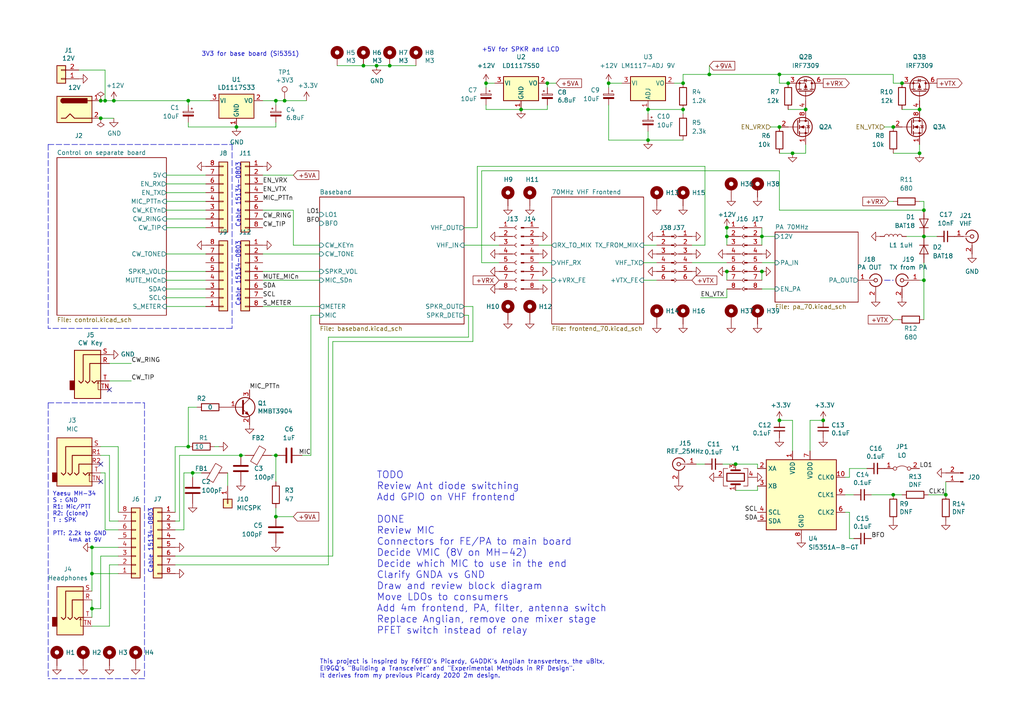
<source format=kicad_sch>
(kicad_sch (version 20211123) (generator eeschema)

  (uuid 7c83c304-769a-4be4-890e-297aba22b5b9)

  (paper "A4")

  (title_block
    (title "DART-70 TRX")
    (date "2023-02-02")
    (rev "0")
    (company "HB9EGM")
    (comment 1 "A 4m Band SSB/CW Transceiver")
  )

  

  (junction (at 220.98 78.74) (diameter 0) (color 0 0 0 0)
    (uuid 005c42c9-ce6f-4fd9-a16f-9cd5f000879f)
  )
  (junction (at 29.21 29.21) (diameter 0) (color 0 0 0 0)
    (uuid 0a082e3d-5a37-45bf-9936-1925b33d6b4f)
  )
  (junction (at 228.6 24.13) (diameter 0) (color 0 0 0 0)
    (uuid 0d713598-e0d7-4b64-806d-d27b5ae84128)
  )
  (junction (at 259.08 143.51) (diameter 0) (color 0 0 0 0)
    (uuid 11ea7b85-b26d-4a7d-aaed-956352284452)
  )
  (junction (at 109.22 19.05) (diameter 0) (color 0 0 0 0)
    (uuid 130d74aa-cfde-4c45-8bfe-183aacd4590f)
  )
  (junction (at 266.7 44.45) (diameter 0) (color 0 0 0 0)
    (uuid 1379c036-b3e0-455b-b639-0f5dd015d03b)
  )
  (junction (at 198.12 24.13) (diameter 0) (color 0 0 0 0)
    (uuid 13b9a948-b29a-4475-8f42-f20ed3ed1c6a)
  )
  (junction (at 80.01 29.21) (diameter 0) (color 0 0 0 0)
    (uuid 1c29ab88-8089-4a9f-b0ec-e0493fb70d1a)
  )
  (junction (at 33.02 29.21) (diameter 0) (color 0 0 0 0)
    (uuid 1fa90692-7773-42d6-8ba8-8ed55432226b)
  )
  (junction (at 30.48 29.21) (diameter 0) (color 0 0 0 0)
    (uuid 248900dc-9b0b-4fb0-8b44-20e56324d88d)
  )
  (junction (at 29.21 34.29) (diameter 0) (color 0 0 0 0)
    (uuid 2bb5e7ab-7e6e-4e4b-8997-824caea277e9)
  )
  (junction (at 226.06 36.83) (diameter 0) (color 0 0 0 0)
    (uuid 2c691037-8de1-4537-a0ef-41ed59613839)
  )
  (junction (at 187.96 31.75) (diameter 0) (color 0 0 0 0)
    (uuid 398ec90b-61af-4d36-9539-63397d126e21)
  )
  (junction (at 226.06 121.92) (diameter 0) (color 0 0 0 0)
    (uuid 3c03082b-2981-4df2-bc33-6ce03d4158b2)
  )
  (junction (at 238.76 121.92) (diameter 0) (color 0 0 0 0)
    (uuid 4049e650-6035-45af-a547-48a992b127be)
  )
  (junction (at 198.12 31.75) (diameter 0) (color 0 0 0 0)
    (uuid 4242ccf2-3c4d-4a22-8247-2311c54121ff)
  )
  (junction (at 267.97 68.58) (diameter 0) (color 0 0 0 0)
    (uuid 43df9b13-487d-4795-8053-4ad8b2cbb873)
  )
  (junction (at 226.06 21.59) (diameter 0) (color 0 0 0 0)
    (uuid 4750ee37-26c3-426a-a03a-0a50ee4de791)
  )
  (junction (at 105.41 19.05) (diameter 0) (color 0 0 0 0)
    (uuid 48d3528f-d200-4dbf-87c6-2835721afb0e)
  )
  (junction (at 26.67 158.75) (diameter 0) (color 0 0 0 0)
    (uuid 4909e963-8ed8-4cc7-a752-cf9a746ceb8a)
  )
  (junction (at 54.61 29.21) (diameter 0) (color 0 0 0 0)
    (uuid 547281cc-eb15-43de-9560-1b10e39a19ed)
  )
  (junction (at 233.68 31.75) (diameter 0) (color 0 0 0 0)
    (uuid 5591956a-807b-4208-83a4-6327422e118a)
  )
  (junction (at 54.61 129.54) (diameter 0) (color 0 0 0 0)
    (uuid 5cc7d9f6-bcf8-4ce3-a388-e95342b89483)
  )
  (junction (at 26.67 176.53) (diameter 0) (color 0 0 0 0)
    (uuid 6b9394bd-5e58-42ea-a9a4-f58e854aea5c)
  )
  (junction (at 210.82 66.04) (diameter 0) (color 0 0 0 0)
    (uuid 6cabc061-4801-4bc4-95d6-fb89e21621c8)
  )
  (junction (at 210.82 78.74) (diameter 0) (color 0 0 0 0)
    (uuid 730c3642-2478-4c7d-adc4-f5e287876837)
  )
  (junction (at 210.82 68.58) (diameter 0) (color 0 0 0 0)
    (uuid 73572437-b83a-4b19-9bc3-a6bb175f19b8)
  )
  (junction (at 259.08 36.83) (diameter 0) (color 0 0 0 0)
    (uuid 906f16af-3f1b-4545-bda0-18ebce89ce96)
  )
  (junction (at 140.97 24.13) (diameter 0) (color 0 0 0 0)
    (uuid 91bb5e66-90e9-4aff-b233-5b8d53e4ad1c)
  )
  (junction (at 26.67 166.37) (diameter 0) (color 0 0 0 0)
    (uuid 9fb2ca3c-8612-4c01-a40b-6e7e5895a1a0)
  )
  (junction (at 176.53 24.13) (diameter 0) (color 0 0 0 0)
    (uuid a01cdcc4-8ed1-4b36-8702-1b68481a60d9)
  )
  (junction (at 187.96 40.64) (diameter 0) (color 0 0 0 0)
    (uuid a13e5fb2-5800-4421-9e39-63277f01a71d)
  )
  (junction (at 82.55 29.21) (diameter 0) (color 0 0 0 0)
    (uuid a99cd17b-9938-46df-92bb-88378a42ecd6)
  )
  (junction (at 274.32 143.51) (diameter 0) (color 0 0 0 0)
    (uuid a9fed849-c0d2-45ff-802c-7da3e4c52c0a)
  )
  (junction (at 68.58 36.83) (diameter 0) (color 0 0 0 0)
    (uuid b0c265f7-c716-45d5-8397-630db4d2cf65)
  )
  (junction (at 205.74 21.59) (diameter 0) (color 0 0 0 0)
    (uuid b48c282b-d280-4718-bf3a-caf683cb767c)
  )
  (junction (at 229.87 44.45) (diameter 0) (color 0 0 0 0)
    (uuid d26d0a63-c69d-4774-9fba-12ed686b99f6)
  )
  (junction (at 113.03 19.05) (diameter 0) (color 0 0 0 0)
    (uuid d4b4dbc7-e763-47b2-a6cb-b5c021db8bcc)
  )
  (junction (at 55.88 137.16) (diameter 0) (color 0 0 0 0)
    (uuid d4c3f5bf-47cb-4030-92b0-bec21d62f389)
  )
  (junction (at 261.62 24.13) (diameter 0) (color 0 0 0 0)
    (uuid d531b677-92b2-4589-8265-ffb9f0a9f471)
  )
  (junction (at 69.85 132.08) (diameter 0) (color 0 0 0 0)
    (uuid d7ecc3d2-2b6e-4e36-92b9-1b58fb257359)
  )
  (junction (at 80.01 132.08) (diameter 0) (color 0 0 0 0)
    (uuid d9abc64c-b691-4ece-b128-4f1d7b31754f)
  )
  (junction (at 267.97 81.28) (diameter 0) (color 0 0 0 0)
    (uuid e2d3e851-e172-407b-bae2-5f89da65f833)
  )
  (junction (at 267.97 60.96) (diameter 0) (color 0 0 0 0)
    (uuid e3590ae0-4844-4150-a020-77e90c312b3c)
  )
  (junction (at 220.98 68.58) (diameter 0) (color 0 0 0 0)
    (uuid e4e1f9d9-3c4f-40b9-b469-d4aa31f8fa0b)
  )
  (junction (at 158.75 24.13) (diameter 0) (color 0 0 0 0)
    (uuid eb69835d-9be6-45e6-b58c-d2902ddb8fb1)
  )
  (junction (at 266.7 31.75) (diameter 0) (color 0 0 0 0)
    (uuid eeabe6f1-2db7-4eed-bd0c-6e41b390284d)
  )
  (junction (at 80.01 149.86) (diameter 0) (color 0 0 0 0)
    (uuid ef105c45-a454-45c2-badb-d87d915177ef)
  )
  (junction (at 151.13 31.75) (diameter 0) (color 0 0 0 0)
    (uuid f74be2ca-c140-4c85-937a-a008e4f4ddb7)
  )
  (junction (at 213.36 134.62) (diameter 0) (color 0 0 0 0)
    (uuid f8c9e2c3-818f-482b-ad48-f9fb56a455b0)
  )

  (no_connect (at 29.21 139.7) (uuid 891b06d0-7775-40c2-8d16-5452402b91d5))
  (no_connect (at 31.75 113.03) (uuid 9e56fb84-5b0b-47eb-9ee7-e24e7c08829b))
  (no_connect (at 29.21 134.62) (uuid b2135387-8c57-44ac-8ab3-29b54b43f871))

  (polyline (pts (xy 256.54 81.28) (xy 259.08 81.28))
    (stroke (width 0) (type default) (color 0 0 0 0))
    (uuid 0001e022-bec2-4d62-9a4d-7f842d1f79be)
  )

  (wire (pts (xy 29.21 34.29) (xy 33.02 34.29))
    (stroke (width 0) (type default) (color 0 0 0 0))
    (uuid 002154dd-fd21-426e-8f51-d82382197384)
  )
  (wire (pts (xy 80.01 132.08) (xy 80.01 139.7))
    (stroke (width 0) (type default) (color 0 0 0 0))
    (uuid 008a59ee-36fb-4f36-a8b0-5cc99b1e8598)
  )
  (wire (pts (xy 220.98 68.58) (xy 224.79 68.58))
    (stroke (width 0) (type default) (color 0 0 0 0))
    (uuid 01ac92ba-5cd1-46c2-8ba4-cce3dbf5bdfe)
  )
  (wire (pts (xy 210.82 78.74) (xy 210.82 81.28))
    (stroke (width 0) (type default) (color 0 0 0 0))
    (uuid 05e27b42-85aa-4ba7-87a0-11182daa623a)
  )
  (wire (pts (xy 246.38 138.43) (xy 245.11 138.43))
    (stroke (width 0) (type default) (color 0 0 0 0))
    (uuid 05f6334e-7131-4999-b788-1681af60d6df)
  )
  (wire (pts (xy 205.74 21.59) (xy 198.12 21.59))
    (stroke (width 0) (type default) (color 0 0 0 0))
    (uuid 09d1af20-c357-48ec-a10f-915c880f15b6)
  )
  (wire (pts (xy 158.75 24.13) (xy 158.75 25.4))
    (stroke (width 0) (type default) (color 0 0 0 0))
    (uuid 09fbb099-19ff-4c9e-b717-ff9eedac992b)
  )
  (wire (pts (xy 140.97 30.48) (xy 140.97 31.75))
    (stroke (width 0) (type default) (color 0 0 0 0))
    (uuid 0a3a19af-7bfa-4df3-9b73-b98420c4a518)
  )
  (wire (pts (xy 105.41 19.05) (xy 109.22 19.05))
    (stroke (width 0) (type default) (color 0 0 0 0))
    (uuid 0aad0e8d-0747-412b-85ac-039bbac4ff5e)
  )
  (wire (pts (xy 266.7 41.91) (xy 266.7 44.45))
    (stroke (width 0) (type default) (color 0 0 0 0))
    (uuid 0b3a2a48-0270-494e-962a-3658a00a0875)
  )
  (wire (pts (xy 54.61 29.21) (xy 54.61 30.48))
    (stroke (width 0) (type default) (color 0 0 0 0))
    (uuid 11b5652b-07d3-428f-98d5-c354cf3693b1)
  )
  (wire (pts (xy 267.97 58.42) (xy 266.7 58.42))
    (stroke (width 0) (type default) (color 0 0 0 0))
    (uuid 1365db47-3e50-475d-8b7e-e1db17b616fc)
  )
  (wire (pts (xy 140.97 31.75) (xy 151.13 31.75))
    (stroke (width 0) (type default) (color 0 0 0 0))
    (uuid 160e3a4c-588b-4e79-ac75-f98bf80b7e0b)
  )
  (wire (pts (xy 85.09 50.8) (xy 76.2 50.8))
    (stroke (width 0) (type default) (color 0 0 0 0))
    (uuid 16f4aa89-10b3-4c19-aee2-b110182c6854)
  )
  (wire (pts (xy 80.01 29.21) (xy 82.55 29.21))
    (stroke (width 0) (type default) (color 0 0 0 0))
    (uuid 17ba5b19-2b5b-474e-9c14-1c7d35991587)
  )
  (wire (pts (xy 198.12 31.75) (xy 198.12 33.02))
    (stroke (width 0) (type default) (color 0 0 0 0))
    (uuid 17fc291b-23f9-4de7-9168-978b13dcd03c)
  )
  (wire (pts (xy 50.8 148.59) (xy 50.8 129.54))
    (stroke (width 0) (type default) (color 0 0 0 0))
    (uuid 181facd7-c73d-4cb5-8e0f-0267ca40cf15)
  )
  (wire (pts (xy 53.34 153.67) (xy 53.34 137.16))
    (stroke (width 0) (type default) (color 0 0 0 0))
    (uuid 1869a25a-7405-4101-9da6-55f7c1e87e39)
  )
  (wire (pts (xy 220.98 83.82) (xy 224.79 83.82))
    (stroke (width 0) (type default) (color 0 0 0 0))
    (uuid 19a6b424-c553-4be2-9c2f-6b5d041d6f35)
  )
  (wire (pts (xy 26.67 166.37) (xy 34.29 166.37))
    (stroke (width 0) (type default) (color 0 0 0 0))
    (uuid 1bcf4a11-4c4f-42b8-9e84-ad79d97ffe8f)
  )
  (wire (pts (xy 48.26 88.9) (xy 59.69 88.9))
    (stroke (width 0) (type default) (color 0 0 0 0))
    (uuid 1de35109-2490-47e3-8be5-ab22f13c6848)
  )
  (wire (pts (xy 48.26 50.8) (xy 59.69 50.8))
    (stroke (width 0) (type default) (color 0 0 0 0))
    (uuid 1ef50cec-8701-41c9-a796-aac175c3bcb1)
  )
  (wire (pts (xy 180.34 24.13) (xy 176.53 24.13))
    (stroke (width 0) (type default) (color 0 0 0 0))
    (uuid 2199bdfc-0462-4363-af5e-16d8e19d600a)
  )
  (wire (pts (xy 95.25 97.79) (xy 95.25 163.83))
    (stroke (width 0) (type default) (color 0 0 0 0))
    (uuid 227082fc-081f-46f9-b11d-3c272a90673e)
  )
  (wire (pts (xy 210.82 68.58) (xy 210.82 66.04))
    (stroke (width 0) (type default) (color 0 0 0 0))
    (uuid 22dcd381-de7e-4770-b1fc-5b1585b1e01c)
  )
  (polyline (pts (xy 13.97 116.84) (xy 41.91 116.84))
    (stroke (width 0) (type default) (color 0 0 0 0))
    (uuid 246d8c70-0329-4f4d-9351-49df120458af)
  )

  (wire (pts (xy 54.61 29.21) (xy 60.96 29.21))
    (stroke (width 0) (type default) (color 0 0 0 0))
    (uuid 28eca374-9b5c-4480-a1a6-52ddcbb57db2)
  )
  (wire (pts (xy 245.11 143.51) (xy 247.65 143.51))
    (stroke (width 0) (type default) (color 0 0 0 0))
    (uuid 2a86319a-5a94-4745-ad80-6b5c02f72e82)
  )
  (polyline (pts (xy 67.31 41.91) (xy 67.31 95.25))
    (stroke (width 0) (type default) (color 0 0 0 0))
    (uuid 2df6f517-3da3-4761-bd39-ad71c01eb424)
  )

  (wire (pts (xy 210.82 86.36) (xy 210.82 83.82))
    (stroke (width 0) (type default) (color 0 0 0 0))
    (uuid 2e8990ed-fee4-46e0-a5d6-572eb84d7bbe)
  )
  (wire (pts (xy 158.75 24.13) (xy 161.29 24.13))
    (stroke (width 0) (type default) (color 0 0 0 0))
    (uuid 2ea38bc3-7d3b-428e-a271-404ee98e752b)
  )
  (wire (pts (xy 135.89 91.44) (xy 135.89 97.79))
    (stroke (width 0) (type default) (color 0 0 0 0))
    (uuid 2f9b686c-0a8f-432b-9e90-c788e62691c6)
  )
  (wire (pts (xy 267.97 81.28) (xy 267.97 92.71))
    (stroke (width 0) (type default) (color 0 0 0 0))
    (uuid 2fc55029-8596-42f8-a5b7-345105f5a387)
  )
  (wire (pts (xy 76.2 88.9) (xy 92.71 88.9))
    (stroke (width 0) (type default) (color 0 0 0 0))
    (uuid 311d4ef9-a0ea-4e8e-b65b-70e91af2608e)
  )
  (wire (pts (xy 187.96 40.64) (xy 198.12 40.64))
    (stroke (width 0) (type default) (color 0 0 0 0))
    (uuid 33f01d9a-6abc-40a9-9b6b-d34bddbf731f)
  )
  (wire (pts (xy 256.54 36.83) (xy 259.08 36.83))
    (stroke (width 0) (type default) (color 0 0 0 0))
    (uuid 345987da-5aa5-4c5e-90e1-ddf0086ed5fb)
  )
  (wire (pts (xy 50.8 161.29) (xy 96.52 161.29))
    (stroke (width 0) (type default) (color 0 0 0 0))
    (uuid 361f9eaf-2e29-4825-b35a-439064c6d2db)
  )
  (wire (pts (xy 139.7 76.2) (xy 144.78 76.2))
    (stroke (width 0) (type default) (color 0 0 0 0))
    (uuid 3a4811bf-b539-4978-b0d8-fe47f179161b)
  )
  (wire (pts (xy 262.89 68.58) (xy 267.97 68.58))
    (stroke (width 0) (type default) (color 0 0 0 0))
    (uuid 3eb66799-e8b0-416b-a9e5-17fd18188e1b)
  )
  (wire (pts (xy 134.62 66.04) (xy 138.43 66.04))
    (stroke (width 0) (type default) (color 0 0 0 0))
    (uuid 3ee41aac-558c-43a3-a816-e31001ae8352)
  )
  (wire (pts (xy 48.26 53.34) (xy 59.69 53.34))
    (stroke (width 0) (type default) (color 0 0 0 0))
    (uuid 3f726201-a2b0-494c-bb67-0bed26cc560f)
  )
  (wire (pts (xy 34.29 158.75) (xy 26.67 158.75))
    (stroke (width 0) (type default) (color 0 0 0 0))
    (uuid 4112aabb-0408-4a3a-9841-f57862637df1)
  )
  (wire (pts (xy 158.75 31.75) (xy 151.13 31.75))
    (stroke (width 0) (type default) (color 0 0 0 0))
    (uuid 443127ca-ab31-4ac0-90cc-723625487807)
  )
  (wire (pts (xy 195.58 24.13) (xy 198.12 24.13))
    (stroke (width 0) (type default) (color 0 0 0 0))
    (uuid 4435e8ff-b63e-4b32-81db-49caa0dd6c5f)
  )
  (wire (pts (xy 48.26 55.88) (xy 59.69 55.88))
    (stroke (width 0) (type default) (color 0 0 0 0))
    (uuid 475d7116-2e26-4a72-942e-766ab472ca0d)
  )
  (polyline (pts (xy 41.91 116.84) (xy 41.91 196.85))
    (stroke (width 0) (type default) (color 0 0 0 0))
    (uuid 4b105a5f-5ed5-49ae-8bb9-f1d8c5566b50)
  )

  (wire (pts (xy 135.89 97.79) (xy 95.25 97.79))
    (stroke (width 0) (type default) (color 0 0 0 0))
    (uuid 4c2ca5f1-ff49-468e-a870-b80100e1827e)
  )
  (wire (pts (xy 198.12 21.59) (xy 198.12 24.13))
    (stroke (width 0) (type default) (color 0 0 0 0))
    (uuid 4c57c394-f97c-4a0b-80d4-0b5157781c3b)
  )
  (wire (pts (xy 261.62 31.75) (xy 266.7 31.75))
    (stroke (width 0) (type default) (color 0 0 0 0))
    (uuid 4d5acc98-17ff-4e60-af52-349a1269dddf)
  )
  (wire (pts (xy 139.7 49.53) (xy 139.7 76.2))
    (stroke (width 0) (type default) (color 0 0 0 0))
    (uuid 4ecfe5c5-d7fc-4d05-be28-1ed42c507ec3)
  )
  (wire (pts (xy 220.98 66.04) (xy 220.98 68.58))
    (stroke (width 0) (type default) (color 0 0 0 0))
    (uuid 51ff27b9-f9f9-45f2-b9f3-2b930513405d)
  )
  (wire (pts (xy 156.21 81.28) (xy 160.02 81.28))
    (stroke (width 0) (type default) (color 0 0 0 0))
    (uuid 52d9d6dd-4266-418b-bf9a-446977053e6f)
  )
  (wire (pts (xy 29.21 161.29) (xy 29.21 176.53))
    (stroke (width 0) (type default) (color 0 0 0 0))
    (uuid 53bb37bd-6ad6-430f-b5e5-21e40448d528)
  )
  (wire (pts (xy 266.7 81.28) (xy 267.97 81.28))
    (stroke (width 0) (type default) (color 0 0 0 0))
    (uuid 566a1dfd-871f-4bc8-98fc-32631eb16c5b)
  )
  (wire (pts (xy 29.21 176.53) (xy 26.67 176.53))
    (stroke (width 0) (type default) (color 0 0 0 0))
    (uuid 568b5dd5-7629-4c3d-9388-eaa54c2762b1)
  )
  (wire (pts (xy 48.26 78.74) (xy 59.69 78.74))
    (stroke (width 0) (type default) (color 0 0 0 0))
    (uuid 56cb3f92-2c0e-42ee-84b9-de64810b5c8d)
  )
  (wire (pts (xy 97.79 19.05) (xy 105.41 19.05))
    (stroke (width 0) (type default) (color 0 0 0 0))
    (uuid 579d81c4-8fa6-40d5-b99a-d160787b45b9)
  )
  (wire (pts (xy 50.8 153.67) (xy 53.34 153.67))
    (stroke (width 0) (type default) (color 0 0 0 0))
    (uuid 58e4fb93-6235-473b-af92-bf79be065bda)
  )
  (wire (pts (xy 29.21 132.08) (xy 31.75 132.08))
    (stroke (width 0) (type default) (color 0 0 0 0))
    (uuid 59af70e6-5e6f-4213-8799-5a44b525739b)
  )
  (wire (pts (xy 204.47 48.26) (xy 204.47 71.12))
    (stroke (width 0) (type default) (color 0 0 0 0))
    (uuid 5a05460d-15bc-4058-86e6-a6bff5598db7)
  )
  (wire (pts (xy 205.74 19.05) (xy 205.74 21.59))
    (stroke (width 0) (type default) (color 0 0 0 0))
    (uuid 5afca071-0542-406b-83f5-f8ed30e05c4c)
  )
  (wire (pts (xy 138.43 48.26) (xy 204.47 48.26))
    (stroke (width 0) (type default) (color 0 0 0 0))
    (uuid 5c0ae8f2-fb0b-4cbf-bd78-f6131c18140d)
  )
  (wire (pts (xy 134.62 91.44) (xy 135.89 91.44))
    (stroke (width 0) (type default) (color 0 0 0 0))
    (uuid 5c0d735a-ca1c-4202-8faf-02e515d1181f)
  )
  (wire (pts (xy 76.2 78.74) (xy 92.71 78.74))
    (stroke (width 0) (type default) (color 0 0 0 0))
    (uuid 5cd8bda4-22ef-4084-8249-44fe15f1fc0e)
  )
  (wire (pts (xy 259.08 21.59) (xy 226.06 21.59))
    (stroke (width 0) (type default) (color 0 0 0 0))
    (uuid 5ea05504-bb96-4847-90cf-26cb1afd4244)
  )
  (wire (pts (xy 66.04 137.16) (xy 66.04 140.97))
    (stroke (width 0) (type default) (color 0 0 0 0))
    (uuid 601c5479-68c8-4d7c-bbde-860bd11a7597)
  )
  (wire (pts (xy 31.75 151.13) (xy 34.29 151.13))
    (stroke (width 0) (type default) (color 0 0 0 0))
    (uuid 6123b0cd-d677-4963-a353-8d6b35692422)
  )
  (polyline (pts (xy 41.91 196.85) (xy 13.97 196.85))
    (stroke (width 0) (type default) (color 0 0 0 0))
    (uuid 6188cf07-9c8d-498a-9db9-9718888dfe39)
  )

  (wire (pts (xy 33.02 29.21) (xy 54.61 29.21))
    (stroke (width 0) (type default) (color 0 0 0 0))
    (uuid 6465c817-6f2e-4e62-ac9d-f9a1d93df9e1)
  )
  (wire (pts (xy 251.46 135.89) (xy 246.38 135.89))
    (stroke (width 0) (type default) (color 0 0 0 0))
    (uuid 64e90390-0f4c-4cc1-bafa-363ce23516e9)
  )
  (wire (pts (xy 246.38 156.21) (xy 246.38 148.59))
    (stroke (width 0) (type default) (color 0 0 0 0))
    (uuid 65dd0601-a23d-4c5d-b924-966fc498cbfc)
  )
  (wire (pts (xy 259.08 92.71) (xy 260.35 92.71))
    (stroke (width 0) (type default) (color 0 0 0 0))
    (uuid 65fd1318-4897-4656-baf4-cc1aa4efc50e)
  )
  (wire (pts (xy 137.16 99.06) (xy 96.52 99.06))
    (stroke (width 0) (type default) (color 0 0 0 0))
    (uuid 67fd3f09-ff5e-4560-b9cb-23649083a340)
  )
  (wire (pts (xy 233.68 44.45) (xy 229.87 44.45))
    (stroke (width 0) (type default) (color 0 0 0 0))
    (uuid 67fd7240-7a2e-4504-8c70-47b3112c634e)
  )
  (wire (pts (xy 26.67 166.37) (xy 26.67 171.45))
    (stroke (width 0) (type default) (color 0 0 0 0))
    (uuid 696f862b-a951-463f-ad29-011c067090d6)
  )
  (wire (pts (xy 246.38 148.59) (xy 245.11 148.59))
    (stroke (width 0) (type default) (color 0 0 0 0))
    (uuid 699bee8c-8bc3-4aa6-b4ed-0aa4d255078a)
  )
  (wire (pts (xy 226.06 60.96) (xy 267.97 60.96))
    (stroke (width 0) (type default) (color 0 0 0 0))
    (uuid 6a35e12d-60aa-4a5e-b415-45f38cce26f9)
  )
  (wire (pts (xy 234.95 121.92) (xy 234.95 130.81))
    (stroke (width 0) (type default) (color 0 0 0 0))
    (uuid 6b09c60c-c53b-47dd-b8b8-94f682cd2086)
  )
  (wire (pts (xy 48.26 81.28) (xy 59.69 81.28))
    (stroke (width 0) (type default) (color 0 0 0 0))
    (uuid 6c2583d2-6254-4856-a6b8-160d5f6a3f99)
  )
  (wire (pts (xy 50.8 151.13) (xy 52.07 151.13))
    (stroke (width 0) (type default) (color 0 0 0 0))
    (uuid 6cc72bfd-2651-4e90-af42-5d6cec3950c1)
  )
  (wire (pts (xy 26.67 173.99) (xy 26.67 176.53))
    (stroke (width 0) (type default) (color 0 0 0 0))
    (uuid 7019dafb-64b4-4e22-837e-9f37341a0157)
  )
  (wire (pts (xy 210.82 71.12) (xy 210.82 68.58))
    (stroke (width 0) (type default) (color 0 0 0 0))
    (uuid 71e59ea6-1d95-41dd-aaff-b947e8d6629b)
  )
  (wire (pts (xy 55.88 137.16) (xy 58.42 137.16))
    (stroke (width 0) (type default) (color 0 0 0 0))
    (uuid 735e33ba-0601-4acb-983d-1656020ec14e)
  )
  (wire (pts (xy 259.08 24.13) (xy 261.62 24.13))
    (stroke (width 0) (type default) (color 0 0 0 0))
    (uuid 73697aae-1f79-401a-bdaa-9ebc2f2340de)
  )
  (wire (pts (xy 140.97 24.13) (xy 140.97 25.4))
    (stroke (width 0) (type default) (color 0 0 0 0))
    (uuid 7471700d-9a5d-406e-b9fc-bdeed49379fa)
  )
  (wire (pts (xy 30.48 29.21) (xy 33.02 29.21))
    (stroke (width 0) (type default) (color 0 0 0 0))
    (uuid 74760d5b-303c-4603-ac2e-6b5209546581)
  )
  (polyline (pts (xy 13.97 116.84) (xy 13.97 196.85))
    (stroke (width 0) (type default) (color 0 0 0 0))
    (uuid 74e37401-14d3-4e3c-84ed-7ddb4d75b44f)
  )

  (wire (pts (xy 29.21 129.54) (xy 34.29 129.54))
    (stroke (width 0) (type default) (color 0 0 0 0))
    (uuid 754f923b-5aa7-4d87-b589-d53346af6023)
  )
  (wire (pts (xy 156.21 76.2) (xy 160.02 76.2))
    (stroke (width 0) (type default) (color 0 0 0 0))
    (uuid 7887f659-7796-4d20-b8ec-45fe37db4d3b)
  )
  (wire (pts (xy 22.86 20.32) (xy 30.48 20.32))
    (stroke (width 0) (type default) (color 0 0 0 0))
    (uuid 79aced1b-30d4-4883-86bf-8a38d664736a)
  )
  (wire (pts (xy 134.62 71.12) (xy 144.78 71.12))
    (stroke (width 0) (type default) (color 0 0 0 0))
    (uuid 7b959fed-4370-4448-9d17-fbc4f5703c60)
  )
  (wire (pts (xy 252.73 143.51) (xy 259.08 143.51))
    (stroke (width 0) (type default) (color 0 0 0 0))
    (uuid 7d4200e5-e280-4699-af56-048ba84247d3)
  )
  (wire (pts (xy 71.12 132.08) (xy 69.85 132.08))
    (stroke (width 0) (type default) (color 0 0 0 0))
    (uuid 7fcd6903-4017-464e-a708-1e51b67dd39f)
  )
  (wire (pts (xy 26.67 158.75) (xy 26.67 166.37))
    (stroke (width 0) (type default) (color 0 0 0 0))
    (uuid 80203512-93fd-487a-a00c-1916502463c3)
  )
  (wire (pts (xy 259.08 58.42) (xy 257.81 58.42))
    (stroke (width 0) (type default) (color 0 0 0 0))
    (uuid 8025fc94-e615-4b56-8bf2-4787b89136f5)
  )
  (wire (pts (xy 137.16 88.9) (xy 137.16 99.06))
    (stroke (width 0) (type default) (color 0 0 0 0))
    (uuid 812f91c0-f736-4383-bfee-2790347c3abf)
  )
  (wire (pts (xy 80.01 149.86) (xy 85.09 149.86))
    (stroke (width 0) (type default) (color 0 0 0 0))
    (uuid 816e41e9-8ef8-4e70-a70f-02175bdc97c4)
  )
  (polyline (pts (xy 13.97 41.91) (xy 13.97 95.25))
    (stroke (width 0) (type default) (color 0 0 0 0))
    (uuid 834eed63-98bc-4692-be8a-6868d5c838d4)
  )

  (wire (pts (xy 48.26 66.04) (xy 59.69 66.04))
    (stroke (width 0) (type default) (color 0 0 0 0))
    (uuid 836458d9-8a3b-4d53-aaf1-9cc6ec2305f2)
  )
  (wire (pts (xy 229.87 44.45) (xy 226.06 44.45))
    (stroke (width 0) (type default) (color 0 0 0 0))
    (uuid 86c60f4b-4421-4865-beff-ed93adca8ac2)
  )
  (wire (pts (xy 186.69 76.2) (xy 190.5 76.2))
    (stroke (width 0) (type default) (color 0 0 0 0))
    (uuid 89f5cd17-8501-4243-bc98-0e8a1aab3a95)
  )
  (wire (pts (xy 34.29 129.54) (xy 34.29 148.59))
    (stroke (width 0) (type default) (color 0 0 0 0))
    (uuid 8b36f37f-a068-4636-8967-22103b343d70)
  )
  (wire (pts (xy 76.2 81.28) (xy 92.71 81.28))
    (stroke (width 0) (type default) (color 0 0 0 0))
    (uuid 8b38ff0f-fed5-4ee4-8847-6ec4f4b389a9)
  )
  (wire (pts (xy 48.26 86.36) (xy 59.69 86.36))
    (stroke (width 0) (type default) (color 0 0 0 0))
    (uuid 8c8438c2-dfb5-4131-857c-1ad8997220ea)
  )
  (wire (pts (xy 247.65 156.21) (xy 246.38 156.21))
    (stroke (width 0) (type default) (color 0 0 0 0))
    (uuid 8e0abe23-8e7e-48a9-af11-f26197bd8fbf)
  )
  (wire (pts (xy 176.53 30.48) (xy 176.53 40.64))
    (stroke (width 0) (type default) (color 0 0 0 0))
    (uuid 8f5c2a3a-b2da-434e-8810-9da52a5e413a)
  )
  (wire (pts (xy 134.62 88.9) (xy 137.16 88.9))
    (stroke (width 0) (type default) (color 0 0 0 0))
    (uuid 906c4fbb-4fdd-48c5-aa07-85c56299e46a)
  )
  (wire (pts (xy 80.01 147.32) (xy 80.01 149.86))
    (stroke (width 0) (type default) (color 0 0 0 0))
    (uuid 91c438b1-678d-4a85-be0e-771bfbc58931)
  )
  (wire (pts (xy 228.6 31.75) (xy 233.68 31.75))
    (stroke (width 0) (type default) (color 0 0 0 0))
    (uuid 92dfb53a-5556-47b1-8088-214aebbc803d)
  )
  (wire (pts (xy 92.71 91.44) (xy 90.17 91.44))
    (stroke (width 0) (type default) (color 0 0 0 0))
    (uuid 935427ba-97bd-4319-b38c-51b473619c8a)
  )
  (wire (pts (xy 158.75 30.48) (xy 158.75 31.75))
    (stroke (width 0) (type default) (color 0 0 0 0))
    (uuid 96e30a9c-78b6-4d1a-bc72-6cbdc7743876)
  )
  (wire (pts (xy 90.17 91.44) (xy 90.17 132.08))
    (stroke (width 0) (type default) (color 0 0 0 0))
    (uuid 9792cf44-3261-4d9f-8ae0-31fdeec0dc70)
  )
  (wire (pts (xy 31.75 151.13) (xy 31.75 132.08))
    (stroke (width 0) (type default) (color 0 0 0 0))
    (uuid 98ea83ac-41c6-4b7d-be63-41372bbd6e24)
  )
  (wire (pts (xy 54.61 35.56) (xy 54.61 36.83))
    (stroke (width 0) (type default) (color 0 0 0 0))
    (uuid 99f8394d-1325-4f0e-9ed0-19dceab6e1f9)
  )
  (wire (pts (xy 52.07 132.08) (xy 69.85 132.08))
    (stroke (width 0) (type default) (color 0 0 0 0))
    (uuid 9c3d736f-f850-40b5-83bf-bf71ce2d8e7c)
  )
  (wire (pts (xy 96.52 99.06) (xy 96.52 161.29))
    (stroke (width 0) (type default) (color 0 0 0 0))
    (uuid 9c4c0112-7564-4034-996a-b0e56c2141a6)
  )
  (wire (pts (xy 186.69 71.12) (xy 190.5 71.12))
    (stroke (width 0) (type default) (color 0 0 0 0))
    (uuid 9d00ede8-7480-44d8-b21e-d16dd17b75ac)
  )
  (wire (pts (xy 238.76 121.92) (xy 234.95 121.92))
    (stroke (width 0) (type default) (color 0 0 0 0))
    (uuid 9d3a7a2b-8bae-4d82-8634-16a99f57e389)
  )
  (wire (pts (xy 223.52 36.83) (xy 226.06 36.83))
    (stroke (width 0) (type default) (color 0 0 0 0))
    (uuid a057c374-c462-4764-bd16-2c00eef92afa)
  )
  (wire (pts (xy 31.75 105.41) (xy 38.1 105.41))
    (stroke (width 0) (type default) (color 0 0 0 0))
    (uuid a1abde39-78d5-402d-bb1c-75243c61d29b)
  )
  (wire (pts (xy 48.26 58.42) (xy 59.69 58.42))
    (stroke (width 0) (type default) (color 0 0 0 0))
    (uuid a2c10dec-c0b0-471a-b75e-c1a8452900c1)
  )
  (wire (pts (xy 220.98 68.58) (xy 220.98 71.12))
    (stroke (width 0) (type default) (color 0 0 0 0))
    (uuid a40b6a6f-dc57-45f8-9beb-e6dbac2dd670)
  )
  (wire (pts (xy 78.74 132.08) (xy 80.01 132.08))
    (stroke (width 0) (type default) (color 0 0 0 0))
    (uuid a5f4f26e-4b82-496f-b7bb-4ed4211f8100)
  )
  (wire (pts (xy 54.61 36.83) (xy 68.58 36.83))
    (stroke (width 0) (type default) (color 0 0 0 0))
    (uuid a69bb6f5-978b-49bb-9446-4ec9cfe4501e)
  )
  (wire (pts (xy 259.08 21.59) (xy 259.08 24.13))
    (stroke (width 0) (type default) (color 0 0 0 0))
    (uuid a7349b87-3477-4ba5-bc62-3587f94ab817)
  )
  (wire (pts (xy 267.97 58.42) (xy 267.97 60.96))
    (stroke (width 0) (type default) (color 0 0 0 0))
    (uuid a8465ca8-68f9-4eee-904b-5bbfa483a6ff)
  )
  (wire (pts (xy 55.88 138.43) (xy 55.88 137.16))
    (stroke (width 0) (type default) (color 0 0 0 0))
    (uuid a8d341ec-3332-4d82-8a1f-e52e32f564f1)
  )
  (wire (pts (xy 53.34 137.16) (xy 55.88 137.16))
    (stroke (width 0) (type default) (color 0 0 0 0))
    (uuid a9276ad3-2500-44c6-895a-e842a0033021)
  )
  (wire (pts (xy 88.9 29.21) (xy 82.55 29.21))
    (stroke (width 0) (type default) (color 0 0 0 0))
    (uuid a93dd5f3-ded3-42da-9f3d-78740a5a5bff)
  )
  (wire (pts (xy 30.48 153.67) (xy 30.48 137.16))
    (stroke (width 0) (type default) (color 0 0 0 0))
    (uuid a99a526a-0727-4d5d-b793-47c299fd72ba)
  )
  (wire (pts (xy 48.26 83.82) (xy 59.69 83.82))
    (stroke (width 0) (type default) (color 0 0 0 0))
    (uuid ac0ae1b6-d482-4675-aec8-4c2f8c7318db)
  )
  (wire (pts (xy 138.43 66.04) (xy 138.43 48.26))
    (stroke (width 0) (type default) (color 0 0 0 0))
    (uuid ad195d4d-ed76-4a26-ac30-01da417bd64b)
  )
  (wire (pts (xy 226.06 21.59) (xy 205.74 21.59))
    (stroke (width 0) (type default) (color 0 0 0 0))
    (uuid ad76707e-1f2e-4941-86a0-50951acd24bc)
  )
  (wire (pts (xy 176.53 40.64) (xy 187.96 40.64))
    (stroke (width 0) (type default) (color 0 0 0 0))
    (uuid aed0a299-8aa6-4a50-b993-c38efe5fdd7a)
  )
  (wire (pts (xy 203.2 86.36) (xy 210.82 86.36))
    (stroke (width 0) (type default) (color 0 0 0 0))
    (uuid b056317e-32ca-4f2d-b310-fc1492cc5060)
  )
  (wire (pts (xy 176.53 24.13) (xy 176.53 25.4))
    (stroke (width 0) (type default) (color 0 0 0 0))
    (uuid b1ea2466-2371-4b96-9289-6c42e0f0b899)
  )
  (wire (pts (xy 52.07 151.13) (xy 52.07 132.08))
    (stroke (width 0) (type default) (color 0 0 0 0))
    (uuid b32653e4-7801-40ea-b61b-f0311c01d3b4)
  )
  (polyline (pts (xy 13.97 41.91) (xy 67.31 41.91))
    (stroke (width 0) (type default) (color 0 0 0 0))
    (uuid b3f67849-c79e-4262-b803-d461d1887604)
  )
  (polyline (pts (xy 67.31 95.25) (xy 13.97 95.25))
    (stroke (width 0) (type default) (color 0 0 0 0))
    (uuid b415a656-e3e5-4629-aa6c-6a23a847c576)
  )

  (wire (pts (xy 266.7 44.45) (xy 259.08 44.45))
    (stroke (width 0) (type default) (color 0 0 0 0))
    (uuid b5cbe891-dcdf-4951-8f0a-b2c28e4293cd)
  )
  (wire (pts (xy 48.26 63.5) (xy 59.69 63.5))
    (stroke (width 0) (type default) (color 0 0 0 0))
    (uuid bb13b6c6-7b88-4971-969d-518c0a6e43cc)
  )
  (wire (pts (xy 226.06 24.13) (xy 228.6 24.13))
    (stroke (width 0) (type default) (color 0 0 0 0))
    (uuid bb78f99c-6783-4afe-a661-68817d4180ab)
  )
  (wire (pts (xy 246.38 135.89) (xy 246.38 138.43))
    (stroke (width 0) (type default) (color 0 0 0 0))
    (uuid bcb20d96-4c0e-4c98-a263-0cdd41ab15e5)
  )
  (wire (pts (xy 187.96 38.1) (xy 187.96 40.64))
    (stroke (width 0) (type default) (color 0 0 0 0))
    (uuid bda7a16e-b931-4d51-b769-ff5809beef5f)
  )
  (wire (pts (xy 48.26 60.96) (xy 59.69 60.96))
    (stroke (width 0) (type default) (color 0 0 0 0))
    (uuid bfce1213-d511-4811-bc9d-beb994b8b9fe)
  )
  (wire (pts (xy 31.75 163.83) (xy 31.75 181.61))
    (stroke (width 0) (type default) (color 0 0 0 0))
    (uuid c0738ee3-5ef6-48be-9a20-f10b8cdc3a6d)
  )
  (wire (pts (xy 34.29 161.29) (xy 29.21 161.29))
    (stroke (width 0) (type default) (color 0 0 0 0))
    (uuid c12b5903-2f75-49c3-8332-69e02fb1aff7)
  )
  (wire (pts (xy 229.87 121.92) (xy 229.87 130.81))
    (stroke (width 0) (type default) (color 0 0 0 0))
    (uuid c24d03f2-5bff-4d74-88e5-481cd2f1e035)
  )
  (wire (pts (xy 274.32 143.51) (xy 274.32 139.7))
    (stroke (width 0) (type default) (color 0 0 0 0))
    (uuid c48e879f-0b64-4f86-a8cf-003dbff29c4e)
  )
  (wire (pts (xy 226.06 49.53) (xy 226.06 60.96))
    (stroke (width 0) (type default) (color 0 0 0 0))
    (uuid c4edda47-532d-4e95-9fc8-38bd0ed58dfb)
  )
  (wire (pts (xy 186.69 81.28) (xy 190.5 81.28))
    (stroke (width 0) (type default) (color 0 0 0 0))
    (uuid c64a6907-65ea-4d9f-8271-b12257b06b60)
  )
  (wire (pts (xy 76.2 73.66) (xy 92.71 73.66))
    (stroke (width 0) (type default) (color 0 0 0 0))
    (uuid cb987807-5979-49b5-8522-334a69d0b59b)
  )
  (wire (pts (xy 261.62 143.51) (xy 259.08 143.51))
    (stroke (width 0) (type default) (color 0 0 0 0))
    (uuid cbbfb5e5-7e85-4367-b6a7-9b21fc6d9e17)
  )
  (wire (pts (xy 139.7 49.53) (xy 226.06 49.53))
    (stroke (width 0) (type default) (color 0 0 0 0))
    (uuid cbd19eae-411c-4ba9-9265-3a6ab1b93364)
  )
  (wire (pts (xy 213.36 142.24) (xy 219.71 142.24))
    (stroke (width 0) (type default) (color 0 0 0 0))
    (uuid cc89f37d-2221-4ee8-a763-21432c733f93)
  )
  (wire (pts (xy 76.2 29.21) (xy 80.01 29.21))
    (stroke (width 0) (type default) (color 0 0 0 0))
    (uuid cdc3b2bb-9f60-476c-ac94-bf550b6e7b5e)
  )
  (wire (pts (xy 233.68 41.91) (xy 233.68 44.45))
    (stroke (width 0) (type default) (color 0 0 0 0))
    (uuid cdf8245b-2e03-441d-8536-8e14a3d0d2ff)
  )
  (wire (pts (xy 226.06 121.92) (xy 229.87 121.92))
    (stroke (width 0) (type default) (color 0 0 0 0))
    (uuid ceb52c7a-a12c-449a-be98-109b3a3bd409)
  )
  (wire (pts (xy 34.29 163.83) (xy 31.75 163.83))
    (stroke (width 0) (type default) (color 0 0 0 0))
    (uuid d1791382-8e9e-408d-8461-11f5ded4ad48)
  )
  (wire (pts (xy 29.21 29.21) (xy 30.48 29.21))
    (stroke (width 0) (type default) (color 0 0 0 0))
    (uuid d18620ef-44b4-47e8-b939-bb0398e91c85)
  )
  (wire (pts (xy 57.15 118.11) (xy 54.61 118.11))
    (stroke (width 0) (type default) (color 0 0 0 0))
    (uuid d1ce4cd2-0109-47a9-93f8-38c475604c2d)
  )
  (wire (pts (xy 87.63 132.08) (xy 90.17 132.08))
    (stroke (width 0) (type default) (color 0 0 0 0))
    (uuid d3155823-164e-414b-a9b1-daa66df8bb6f)
  )
  (wire (pts (xy 85.09 60.96) (xy 76.2 60.96))
    (stroke (width 0) (type default) (color 0 0 0 0))
    (uuid d4dea28c-2f1d-4f2b-9141-90634cbd9401)
  )
  (wire (pts (xy 219.71 134.62) (xy 219.71 135.89))
    (stroke (width 0) (type default) (color 0 0 0 0))
    (uuid d51dda35-7a1a-4d41-817a-7bb1f7f6ffd4)
  )
  (wire (pts (xy 109.22 19.05) (xy 113.03 19.05))
    (stroke (width 0) (type default) (color 0 0 0 0))
    (uuid d5d26400-826e-40a5-a7b1-6a9ebbaedfb4)
  )
  (wire (pts (xy 271.78 68.58) (xy 267.97 68.58))
    (stroke (width 0) (type default) (color 0 0 0 0))
    (uuid d62cfc4c-5e25-471a-be1e-d5cbaecce182)
  )
  (wire (pts (xy 204.47 71.12) (xy 200.66 71.12))
    (stroke (width 0) (type default) (color 0 0 0 0))
    (uuid d6359d4b-1c12-4663-b116-45be3135a185)
  )
  (wire (pts (xy 48.26 73.66) (xy 59.69 73.66))
    (stroke (width 0) (type default) (color 0 0 0 0))
    (uuid dc5747ab-76be-4b9c-9c8e-2d26c29683ce)
  )
  (wire (pts (xy 140.97 24.13) (xy 143.51 24.13))
    (stroke (width 0) (type default) (color 0 0 0 0))
    (uuid dd927172-6a9a-406f-a951-4e7f78cebb7b)
  )
  (wire (pts (xy 85.09 71.12) (xy 85.09 60.96))
    (stroke (width 0) (type default) (color 0 0 0 0))
    (uuid de3779df-679b-4989-96e3-142247b3a611)
  )
  (wire (pts (xy 113.03 19.05) (xy 120.65 19.05))
    (stroke (width 0) (type default) (color 0 0 0 0))
    (uuid dfd58d9e-0c03-4a20-9983-0d32c26093d8)
  )
  (wire (pts (xy 29.21 137.16) (xy 30.48 137.16))
    (stroke (width 0) (type default) (color 0 0 0 0))
    (uuid e0b9a722-e170-4302-a4fd-5e8753db7507)
  )
  (wire (pts (xy 26.67 176.53) (xy 26.67 179.07))
    (stroke (width 0) (type default) (color 0 0 0 0))
    (uuid e13bdf92-8a8e-480a-979d-89eb54f62599)
  )
  (wire (pts (xy 30.48 153.67) (xy 34.29 153.67))
    (stroke (width 0) (type default) (color 0 0 0 0))
    (uuid e14c95a1-54f8-45dd-a1c7-754772fa0aa1)
  )
  (wire (pts (xy 200.66 76.2) (xy 210.82 76.2))
    (stroke (width 0) (type default) (color 0 0 0 0))
    (uuid e172e707-37ee-4eca-bafc-b341a9ceabaa)
  )
  (wire (pts (xy 50.8 163.83) (xy 95.25 163.83))
    (stroke (width 0) (type default) (color 0 0 0 0))
    (uuid e176270a-9085-4242-b7c7-9ea9ab078583)
  )
  (wire (pts (xy 68.58 36.83) (xy 80.01 36.83))
    (stroke (width 0) (type default) (color 0 0 0 0))
    (uuid e264f0d9-6386-4838-a810-81df8032f681)
  )
  (wire (pts (xy 30.48 20.32) (xy 30.48 29.21))
    (stroke (width 0) (type default) (color 0 0 0 0))
    (uuid e49f1b40-a83b-4b72-93d7-dd44349357c4)
  )
  (wire (pts (xy 31.75 110.49) (xy 38.1 110.49))
    (stroke (width 0) (type default) (color 0 0 0 0))
    (uuid e7ac32f0-5e71-4c65-ac6f-730f4731f5f7)
  )
  (wire (pts (xy 274.32 143.51) (xy 269.24 143.51))
    (stroke (width 0) (type default) (color 0 0 0 0))
    (uuid ea6f4611-7eac-4b21-b232-fff65a738b95)
  )
  (wire (pts (xy 209.55 134.62) (xy 213.36 134.62))
    (stroke (width 0) (type default) (color 0 0 0 0))
    (uuid ea97e745-2bac-4983-a78b-499e0f8d7b6d)
  )
  (wire (pts (xy 187.96 31.75) (xy 198.12 31.75))
    (stroke (width 0) (type default) (color 0 0 0 0))
    (uuid eb9b3733-e4ec-4731-87f1-5f6fd8f11a68)
  )
  (wire (pts (xy 62.23 129.54) (xy 63.5 129.54))
    (stroke (width 0) (type default) (color 0 0 0 0))
    (uuid ec3f3094-faf1-4e21-bd96-d842704479de)
  )
  (wire (pts (xy 220.98 76.2) (xy 224.79 76.2))
    (stroke (width 0) (type default) (color 0 0 0 0))
    (uuid ec9ab5ce-9c00-44e5-a77e-bb465908cae4)
  )
  (wire (pts (xy 156.21 71.12) (xy 160.02 71.12))
    (stroke (width 0) (type default) (color 0 0 0 0))
    (uuid ecfe8984-0282-4208-8f3d-aa8b3adb9dd8)
  )
  (wire (pts (xy 54.61 118.11) (xy 54.61 129.54))
    (stroke (width 0) (type default) (color 0 0 0 0))
    (uuid f142e195-1e8c-4d80-b290-cc6d513aa04c)
  )
  (wire (pts (xy 92.71 71.12) (xy 85.09 71.12))
    (stroke (width 0) (type default) (color 0 0 0 0))
    (uuid f22441fb-3978-4762-b6a3-6def4069e413)
  )
  (wire (pts (xy 204.47 134.62) (xy 201.93 134.62))
    (stroke (width 0) (type default) (color 0 0 0 0))
    (uuid f38fd353-54b3-403a-9387-7ff36888e6a9)
  )
  (wire (pts (xy 213.36 134.62) (xy 219.71 134.62))
    (stroke (width 0) (type default) (color 0 0 0 0))
    (uuid f7008c47-327e-4961-9c20-bbaf09b0d636)
  )
  (wire (pts (xy 219.71 142.24) (xy 219.71 140.97))
    (stroke (width 0) (type default) (color 0 0 0 0))
    (uuid f841e691-04bf-4057-bcb4-476ba3910c05)
  )
  (wire (pts (xy 220.98 78.74) (xy 220.98 81.28))
    (stroke (width 0) (type default) (color 0 0 0 0))
    (uuid f91b7697-b1b4-4094-a4e0-ab0ab4888697)
  )
  (wire (pts (xy 50.8 129.54) (xy 54.61 129.54))
    (stroke (width 0) (type default) (color 0 0 0 0))
    (uuid f9dc3b30-27fd-49c2-8e51-0eedd4fc4f72)
  )
  (wire (pts (xy 267.97 76.2) (xy 267.97 81.28))
    (stroke (width 0) (type default) (color 0 0 0 0))
    (uuid fa186e4d-5679-4648-97be-d46dd5fe54d1)
  )
  (wire (pts (xy 80.01 35.56) (xy 80.01 36.83))
    (stroke (width 0) (type default) (color 0 0 0 0))
    (uuid fc244ca3-4412-44ac-b1f3-44d00d15b5ac)
  )
  (wire (pts (xy 187.96 31.75) (xy 187.96 33.02))
    (stroke (width 0) (type default) (color 0 0 0 0))
    (uuid fc4a7459-1bb4-4226-8823-ec552cb8417e)
  )
  (wire (pts (xy 226.06 21.59) (xy 226.06 24.13))
    (stroke (width 0) (type default) (color 0 0 0 0))
    (uuid fe8a3f3f-3126-421d-b59c-37217ed6f49c)
  )
  (wire (pts (xy 80.01 29.21) (xy 80.01 30.48))
    (stroke (width 0) (type default) (color 0 0 0 0))
    (uuid ffb99ea8-48c3-486c-94d4-7034e45d57f7)
  )
  (wire (pts (xy 31.75 181.61) (xy 26.67 181.61))
    (stroke (width 0) (type default) (color 0 0 0 0))
    (uuid ffbbcbe6-15b0-480e-b792-9f7693fff52a)
  )

  (text "Cable 15134-0803" (at 69.85 88.9 90)
    (effects (font (size 1.27 1.27)) (justify left bottom))
    (uuid 0929caf6-d906-41f2-ac17-e9ad4d47086b)
  )
  (text "+5V for SPKR and LCD" (at 139.7 15.24 0)
    (effects (font (size 1.27 1.27)) (justify left bottom))
    (uuid 239d5a08-bfc0-4925-8e7a-6431dab8181d)
  )
  (text "Cable 15134-0803" (at 44.45 166.37 90)
    (effects (font (size 1.27 1.27)) (justify left bottom))
    (uuid 79e801b2-3848-4600-8f04-05e4cce85305)
  )
  (text "Yaesu MH-34\nS : GND\nR1: Mic/PTT\nR2: (clone)\nT : SPK\n\nPTT: 2.2k to GND\n     4mA at 9V"
    (at 15.24 157.48 0)
    (effects (font (size 1.1938 1.1938)) (justify left bottom))
    (uuid aa6d67fe-cd8b-468d-8447-611ba063ffe2)
  )
  (text "TODO\nReview Ant diode switching\nAdd GPIO on VHF frontend\n\nDONE\nReview MIC\nConnectors for FE/PA to main board\nDecide VMIC (8V on MH-42)\nDecide which MIC to use in the end\nClarify GNDA vs GND\nDraw and review block diagram\nMove LDOs to consumers\nAdd 4m frontend, PA, filter, antenna switch\nReplace Anglian, remove one mixer stage\nPFET switch instead of relay\n"
    (at 109.22 184.15 0)
    (effects (font (size 2 2)) (justify left bottom))
    (uuid bb2e7fd8-c90d-4499-afb3-dd966ff449a9)
  )
  (text "This project is inspired by F6FEO's Picardy, G4DDK's Anglian transverters, the uBitx,\nEI9GQ's \"Building a Transceiver\" and \"Experimental Methods in RF Design\".\nIt derives from my previous Picardy 2020 2m design."
    (at 92.71 196.85 0)
    (effects (font (size 1.27 1.27)) (justify left bottom))
    (uuid cc99dfff-7e1c-41c9-90b0-50846ceea0a1)
  )
  (text "3V3 for base board (Si5351)" (at 58.42 16.51 0)
    (effects (font (size 1.27 1.27)) (justify left bottom))
    (uuid f4edd5b2-72b4-45e8-b62f-fa9fad300bad)
  )
  (text "Cable 15134-0803" (at 69.85 66.04 90)
    (effects (font (size 1.27 1.27)) (justify left bottom))
    (uuid f8c7090b-f4e5-4157-b560-7282b4d81d8e)
  )

  (label "CLK1" (at 274.32 143.51 180)
    (effects (font (size 1.27 1.27)) (justify right bottom))
    (uuid 37559495-9dfc-4a54-80ee-fad84f20dc2a)
  )
  (label "SCL" (at 76.2 86.36 0)
    (effects (font (size 1.27 1.27)) (justify left bottom))
    (uuid 38bd102f-633a-4953-97ad-13bc577149af)
  )
  (label "SDA" (at 219.71 151.13 180)
    (effects (font (size 1.27 1.27)) (justify right bottom))
    (uuid 3e13cb83-601f-443a-a951-e96035da31e7)
  )
  (label "EN_VRX" (at 76.2 53.34 0)
    (effects (font (size 1.27 1.27)) (justify left bottom))
    (uuid 618621f8-a3f4-49c8-9ea3-607c2df3756e)
  )
  (label "EN_VTX" (at 203.2 86.36 0)
    (effects (font (size 1.27 1.27)) (justify left bottom))
    (uuid 695fa56a-671a-410f-94f3-9b23856076c0)
  )
  (label "CW_RING" (at 38.1 105.41 0)
    (effects (font (size 1.27 1.27)) (justify left bottom))
    (uuid 7906f11d-49c0-4b99-b74d-443c82e1ec6a)
  )
  (label "EN_VTX" (at 76.2 55.88 0)
    (effects (font (size 1.27 1.27)) (justify left bottom))
    (uuid 79771a5b-bbc0-45e2-b3e2-33121a4ba792)
  )
  (label "CW_RING" (at 76.2 63.5 0)
    (effects (font (size 1.27 1.27)) (justify left bottom))
    (uuid 85e987f3-11f0-4e85-9be0-8c79e37e02ec)
  )
  (label "SDA" (at 76.2 83.82 0)
    (effects (font (size 1.27 1.27)) (justify left bottom))
    (uuid 861fa728-ad72-4a0e-81c5-e00ac8e2afd5)
  )
  (label "MIC_PTTn" (at 72.39 113.03 0)
    (effects (font (size 1.27 1.27)) (justify left bottom))
    (uuid 999a6700-22eb-4836-86fc-2c4c3f94e081)
  )
  (label "MIC_PTTn" (at 76.2 58.42 0)
    (effects (font (size 1.27 1.27)) (justify left bottom))
    (uuid 9a533855-32f3-454c-b9eb-791fa757c655)
  )
  (label "CW_TIP" (at 76.2 66.04 0)
    (effects (font (size 1.27 1.27)) (justify left bottom))
    (uuid 9d366296-47c6-47a8-b170-ad51354d17b9)
  )
  (label "MIC" (at 90.17 132.08 180)
    (effects (font (size 1.27 1.27)) (justify right bottom))
    (uuid a60b880d-79d5-4af9-b917-73bba79e19a9)
  )
  (label "S_METER" (at 76.2 88.9 0)
    (effects (font (size 1.27 1.27)) (justify left bottom))
    (uuid ae9e6037-71e8-40b8-9d18-52132b11e130)
  )
  (label "LO1" (at 266.7 135.89 0)
    (effects (font (size 1.27 1.27)) (justify left bottom))
    (uuid b1685444-7ed2-49f0-840b-5ade5d456940)
  )
  (label "MUTE_MICn" (at 76.2 81.28 0)
    (effects (font (size 1.27 1.27)) (justify left bottom))
    (uuid cb0bacd7-3cb4-4f05-90bb-6eac18befcbf)
  )
  (label "LO1" (at 92.71 62.23 180)
    (effects (font (size 1.27 1.27)) (justify right bottom))
    (uuid cdac41f7-a7f2-4a3f-ba4b-bfc7d7f66152)
  )
  (label "BFO" (at 252.73 156.21 0)
    (effects (font (size 1.27 1.27)) (justify left bottom))
    (uuid e316d376-2303-43ce-9137-3f0af976260d)
  )
  (label "SCL" (at 219.71 148.59 180)
    (effects (font (size 1.27 1.27)) (justify right bottom))
    (uuid ee4f4482-0e91-4fc6-9eab-f13196efb328)
  )
  (label "CW_TIP" (at 38.1 110.49 0)
    (effects (font (size 1.27 1.27)) (justify left bottom))
    (uuid f1ca34a5-a3cd-4c57-9860-d136a96d83f6)
  )
  (label "BFO" (at 92.71 64.77 180)
    (effects (font (size 1.27 1.27)) (justify right bottom))
    (uuid f9d8824d-4312-4052-b7a4-29b601206a19)
  )

  (global_label "+VRX" (shape input) (at 257.81 58.42 180) (fields_autoplaced)
    (effects (font (size 1.27 1.27)) (justify right))
    (uuid 239fb701-4f22-422c-b794-639e7cdebbc8)
    (property "Intersheet References" "${INTERSHEET_REFS}" (id 0) (at 250.2564 58.4994 0)
      (effects (font (size 1.27 1.27)) (justify right) hide)
    )
  )
  (global_label "+VTX" (shape output) (at 271.78 24.13 0) (fields_autoplaced)
    (effects (font (size 1.27 1.27)) (justify left))
    (uuid 5715d411-82bf-4ac6-9f8b-b918cd54b27e)
    (property "Intersheet References" "${INTERSHEET_REFS}" (id 0) (at 279.0312 24.0506 0)
      (effects (font (size 1.27 1.27)) (justify left) hide)
    )
  )
  (global_label "+9VA" (shape input) (at 85.09 149.86 0) (fields_autoplaced)
    (effects (font (size 1.27 1.27)) (justify left))
    (uuid 6bdfb847-9880-4b1f-8fd6-0e3a4eccd64c)
    (property "Intersheet References" "${INTERSHEET_REFS}" (id 0) (at 92.4621 149.9394 0)
      (effects (font (size 1.27 1.27)) (justify left) hide)
    )
  )
  (global_label "+5VA" (shape input) (at 85.09 50.8 0) (fields_autoplaced)
    (effects (font (size 1.27 1.27)) (justify left))
    (uuid 89d395fa-51a2-4d7d-b809-bdf3654e525b)
    (property "Intersheet References" "${INTERSHEET_REFS}" (id 0) (at 92.4621 50.8794 0)
      (effects (font (size 1.27 1.27)) (justify left) hide)
    )
  )
  (global_label "+VTX" (shape input) (at 259.08 92.71 180) (fields_autoplaced)
    (effects (font (size 1.27 1.27)) (justify right))
    (uuid 8a3322e7-41b1-4e7c-9f46-15730c012cf4)
    (property "Intersheet References" "${INTERSHEET_REFS}" (id 0) (at 251.8288 92.6306 0)
      (effects (font (size 1.27 1.27)) (justify right) hide)
    )
  )
  (global_label "+VRX" (shape output) (at 238.76 24.13 0) (fields_autoplaced)
    (effects (font (size 1.27 1.27)) (justify left))
    (uuid 8e3e968b-49f3-4efb-92bd-f40737515307)
    (property "Intersheet References" "${INTERSHEET_REFS}" (id 0) (at 246.3136 24.0506 0)
      (effects (font (size 1.27 1.27)) (justify left) hide)
    )
  )
  (global_label "+9VA" (shape input) (at 205.74 19.05 0) (fields_autoplaced)
    (effects (font (size 1.27 1.27)) (justify left))
    (uuid b3e01a68-c938-463c-b6ca-30fd22614c36)
    (property "Intersheet References" "${INTERSHEET_REFS}" (id 0) (at 213.1121 18.9706 0)
      (effects (font (size 1.27 1.27)) (justify left) hide)
    )
  )
  (global_label "+VRX" (shape input) (at 144.78 81.28 180) (fields_autoplaced)
    (effects (font (size 1.27 1.27)) (justify right))
    (uuid c079eb78-08f6-43ae-9a6f-0e3c2c3038d0)
    (property "Intersheet References" "${INTERSHEET_REFS}" (id 0) (at 137.2264 81.2006 0)
      (effects (font (size 1.27 1.27)) (justify right) hide)
    )
  )
  (global_label "+VTX" (shape input) (at 200.66 81.28 0) (fields_autoplaced)
    (effects (font (size 1.27 1.27)) (justify left))
    (uuid deea0e94-1421-4e7b-b63a-98b53f765626)
    (property "Intersheet References" "${INTERSHEET_REFS}" (id 0) (at 207.9112 81.2006 0)
      (effects (font (size 1.27 1.27)) (justify left) hide)
    )
  )
  (global_label "+5VA" (shape input) (at 161.29 24.13 0) (fields_autoplaced)
    (effects (font (size 1.27 1.27)) (justify left))
    (uuid f893aa0f-8cfb-41de-a86f-f149674614ad)
    (property "Intersheet References" "${INTERSHEET_REFS}" (id 0) (at 168.6621 24.2094 0)
      (effects (font (size 1.27 1.27)) (justify left) hide)
    )
  )

  (hierarchical_label "EN_VRX" (shape input) (at 223.52 36.83 180)
    (effects (font (size 1.27 1.27)) (justify right))
    (uuid 7df73d1c-bea1-40bc-bd85-23a0ec4a5e64)
  )
  (hierarchical_label "EN_VTX" (shape input) (at 256.54 36.83 180)
    (effects (font (size 1.27 1.27)) (justify right))
    (uuid ebcb7436-0315-46b9-b837-f901891153ea)
  )

  (symbol (lib_id "Connector:Conn_01x08_Female") (at 215.9 73.66 0) (unit 1)
    (in_bom yes) (on_board yes) (fields_autoplaced)
    (uuid 00018c5e-dc16-4e6c-9b1e-45710afc5920)
    (property "Reference" "J16" (id 0) (at 215.265 63.5 0))
    (property "Value" "Base to PA" (id 1) (at 219.71 53.34 90)
      (effects (font (size 1.27 1.27)) hide)
    )
    (property "Footprint" "Connector_PinHeader_2.54mm:PinHeader_1x08_P2.54mm_Vertical" (id 2) (at 215.9 73.66 0)
      (effects (font (size 1.27 1.27)) hide)
    )
    (property "Datasheet" "~" (id 3) (at 215.9 73.66 0)
      (effects (font (size 1.27 1.27)) hide)
    )
    (property "MPN" "SSW-108-01-G-S" (id 4) (at 215.9 73.66 0)
      (effects (font (size 1.27 1.27)) hide)
    )
    (property "Need_order" "0" (id 5) (at 215.9 73.66 0)
      (effects (font (size 1.27 1.27)) hide)
    )
    (pin "1" (uuid 0f85aa37-0fa9-4aff-94fb-61f376aeecf9))
    (pin "2" (uuid 7cf79028-823c-45fe-bc33-fe8d80cff115))
    (pin "3" (uuid 1349cb84-618a-424e-8e31-4615ef799e4d))
    (pin "4" (uuid 34a5d4c1-e4c0-456e-8b14-cfc311b51058))
    (pin "5" (uuid 5b8426d4-20fe-4ee6-9818-2cc7788edeac))
    (pin "6" (uuid 11043473-7044-4dfe-8d0c-c4495d0f1e7a))
    (pin "7" (uuid 648fd39e-0c37-4a2f-8a83-5e3306555dd8))
    (pin "8" (uuid f8d9edea-1d40-4b76-9e91-8d6907078043))
  )

  (symbol (lib_id "power:GND") (at 232.41 156.21 0) (unit 1)
    (in_bom yes) (on_board yes) (fields_autoplaced)
    (uuid 0061bfb4-595e-4a80-898a-aee5ad06fb23)
    (property "Reference" "#PWR056" (id 0) (at 232.41 162.56 0)
      (effects (font (size 1.27 1.27)) hide)
    )
    (property "Value" "GND" (id 1) (at 232.4099 160.02 90)
      (effects (font (size 1.27 1.27)) (justify right) hide)
    )
    (property "Footprint" "" (id 2) (at 232.41 156.21 0)
      (effects (font (size 1.27 1.27)) hide)
    )
    (property "Datasheet" "" (id 3) (at 232.41 156.21 0)
      (effects (font (size 1.27 1.27)) hide)
    )
    (pin "1" (uuid e68652d2-f355-48cb-9617-e4581e89486c))
  )

  (symbol (lib_id "power:+3.3V") (at 238.76 121.92 0) (unit 1)
    (in_bom yes) (on_board yes)
    (uuid 0a66f684-42c8-4454-8b00-30b8c4ea5d56)
    (property "Reference" "#PWR057" (id 0) (at 238.76 125.73 0)
      (effects (font (size 1.27 1.27)) hide)
    )
    (property "Value" "+3.3V" (id 1) (at 239.141 117.5258 0))
    (property "Footprint" "" (id 2) (at 238.76 121.92 0)
      (effects (font (size 1.27 1.27)) hide)
    )
    (property "Datasheet" "" (id 3) (at 238.76 121.92 0)
      (effects (font (size 1.27 1.27)) hide)
    )
    (pin "1" (uuid 2b1c22a2-3bee-4d20-b723-68da98a1fc64))
  )

  (symbol (lib_id "power:GND") (at 220.98 78.74 90) (unit 1)
    (in_bom yes) (on_board yes) (fields_autoplaced)
    (uuid 0af11584-e9d3-41a2-9256-50f9c4dc1d4f)
    (property "Reference" "#PWR051" (id 0) (at 227.33 78.74 0)
      (effects (font (size 1.27 1.27)) hide)
    )
    (property "Value" "GND" (id 1) (at 224.79 78.7401 90)
      (effects (font (size 1.27 1.27)) (justify right) hide)
    )
    (property "Footprint" "" (id 2) (at 220.98 78.74 0)
      (effects (font (size 1.27 1.27)) hide)
    )
    (property "Datasheet" "" (id 3) (at 220.98 78.74 0)
      (effects (font (size 1.27 1.27)) hide)
    )
    (pin "1" (uuid bd69bc6c-72f7-42cf-bbbc-74fa882770ef))
  )

  (symbol (lib_id "mpb:BAT18") (at 267.97 72.39 270) (unit 1)
    (in_bom yes) (on_board yes) (fields_autoplaced)
    (uuid 0b14ffde-378e-478d-8691-440e08a63312)
    (property "Reference" "D2" (id 0) (at 270.51 71.7041 90)
      (effects (font (size 1.27 1.27)) (justify left))
    )
    (property "Value" "BAT18" (id 1) (at 270.51 74.2441 90)
      (effects (font (size 1.27 1.27)) (justify left))
    )
    (property "Footprint" "Package_TO_SOT_SMD:SOT-23_Handsoldering" (id 2) (at 269.24 72.39 0)
      (effects (font (size 1.27 1.27)) hide)
    )
    (property "Datasheet" "~" (id 3) (at 267.97 72.39 0)
      (effects (font (size 1.27 1.27)) hide)
    )
    (property "Need_order" "0" (id 4) (at 267.97 72.39 0)
      (effects (font (size 1.27 1.27)) hide)
    )
    (property "MPN" "BAT18" (id 5) (at 267.97 72.39 0)
      (effects (font (size 1.27 1.27)) hide)
    )
    (pin "1" (uuid 522fcbb3-7cc0-46ec-b70e-ca5459a5fb31))
    (pin "3" (uuid d3584ac8-7730-44a0-9f8f-43609a9f9f83))
  )

  (symbol (lib_id "mpb:CUI-SJ-43515TS-SMT") (at 21.59 132.08 0) (unit 1)
    (in_bom yes) (on_board yes) (fields_autoplaced)
    (uuid 0c3d418e-6b9b-41d2-bfe3-e0fafdcc08df)
    (property "Reference" "J3" (id 0) (at 20.955 121.92 0))
    (property "Value" "MIC" (id 1) (at 20.955 124.46 0))
    (property "Footprint" "mpb:Jack_3.5mm_CUI_SJ-43515TS-SMT" (id 2) (at 16.51 146.05 0)
      (effects (font (size 1.27 1.27)) hide)
    )
    (property "Datasheet" "https://www.mouser.ch/datasheet/2/670/sj_4351x_smt-1779337.pdf" (id 3) (at 19.05 133.35 0)
      (effects (font (size 1.27 1.27)) hide)
    )
    (property "MPN" "SJ-43515TS-SMT-TR" (id 4) (at 21.59 132.08 0)
      (effects (font (size 1.27 1.27)) hide)
    )
    (property "Need_order" "0" (id 5) (at 21.59 132.08 0)
      (effects (font (size 1.27 1.27)) hide)
    )
    (pin "NC" (uuid 4a9ae459-917a-4e56-8550-a6e085fcb402))
    (pin "R1" (uuid b6b1f4a9-609f-40fb-86cb-75e53e708f1a))
    (pin "R2" (uuid ad04f755-0677-4e2e-877a-d2e2f3c1d776))
    (pin "S" (uuid d94a0a1d-24de-4760-a884-ab454c08e996))
    (pin "T" (uuid 706df1e6-f9b5-442a-9372-f462c30194f1))
    (pin "TN" (uuid 01525385-14b1-4fd0-a2ee-c26d8ec1982c))
  )

  (symbol (lib_id "power:GND") (at 80.01 157.48 0) (unit 1)
    (in_bom yes) (on_board yes) (fields_autoplaced)
    (uuid 0eddf3a3-680e-4189-b645-0f685f620bff)
    (property "Reference" "#PWR021" (id 0) (at 80.01 163.83 0)
      (effects (font (size 1.27 1.27)) hide)
    )
    (property "Value" "GND" (id 1) (at 80.137 160.7312 90)
      (effects (font (size 1.27 1.27)) (justify right) hide)
    )
    (property "Footprint" "" (id 2) (at 80.01 157.48 0)
      (effects (font (size 1.27 1.27)) hide)
    )
    (property "Datasheet" "" (id 3) (at 80.01 157.48 0)
      (effects (font (size 1.27 1.27)) hide)
    )
    (pin "1" (uuid 18cdbf1f-c81a-4e46-811e-86c4e8d65c42))
  )

  (symbol (lib_id "Regulator_Linear:LD1117S50TR_SOT223") (at 151.13 24.13 0) (unit 1)
    (in_bom yes) (on_board yes) (fields_autoplaced)
    (uuid 0f599ab7-5a53-4f5a-bde7-fcef2e2841ee)
    (property "Reference" "U2" (id 0) (at 151.13 16.51 0))
    (property "Value" "LD1117S50" (id 1) (at 151.13 19.05 0))
    (property "Footprint" "Package_TO_SOT_SMD:SOT-223-3_TabPin2" (id 2) (at 151.13 19.05 0)
      (effects (font (size 1.27 1.27)) hide)
    )
    (property "Datasheet" "http://www.st.com/st-web-ui/static/active/en/resource/technical/document/datasheet/CD00000544.pdf" (id 3) (at 153.67 30.48 0)
      (effects (font (size 1.27 1.27)) hide)
    )
    (property "MPN" "LD1117S50CTR" (id 4) (at 151.13 24.13 0)
      (effects (font (size 1.27 1.27)) hide)
    )
    (property "Need_order" "0" (id 5) (at 151.13 24.13 0)
      (effects (font (size 1.27 1.27)) hide)
    )
    (pin "1" (uuid 0799cfe9-f73f-428f-86e0-5df9fe4be1b8))
    (pin "2" (uuid 9a642b0f-f010-4ca9-8892-5ba6582f9da8))
    (pin "3" (uuid df79b4b0-7939-4714-b2e0-4a118371874f))
  )

  (symbol (lib_id "Mechanical:MountingHole_Pad") (at 190.5 91.44 0) (unit 1)
    (in_bom yes) (on_board yes)
    (uuid 0f8d15d2-6077-48cb-bd07-c3efaac28306)
    (property "Reference" "H14" (id 0) (at 193.04 90.1954 0)
      (effects (font (size 1.27 1.27)) (justify left))
    )
    (property "Value" "M3" (id 1) (at 193.04 92.5068 0)
      (effects (font (size 1.27 1.27)) (justify left) hide)
    )
    (property "Footprint" "MountingHole:MountingHole_3.2mm_M3_DIN965_Pad" (id 2) (at 190.5 91.44 0)
      (effects (font (size 1.27 1.27)) hide)
    )
    (property "Datasheet" "~" (id 3) (at 190.5 91.44 0)
      (effects (font (size 1.27 1.27)) hide)
    )
    (property "Need_order" "0" (id 4) (at 190.5 91.44 0)
      (effects (font (size 1.27 1.27)) hide)
    )
    (pin "1" (uuid 560256da-8c7d-4bc5-bb7f-79d1c5d8b4b2))
  )

  (symbol (lib_id "Transistor_FET:IRF7309IPBF") (at 266.7 26.67 270) (mirror x) (unit 2)
    (in_bom yes) (on_board yes) (fields_autoplaced)
    (uuid 0f9e322e-4eb7-4922-ac71-ef5dee3be07c)
    (property "Reference" "Q3" (id 0) (at 266.7 16.51 90))
    (property "Value" "IRF7309" (id 1) (at 266.7 19.05 90))
    (property "Footprint" "Package_SO:SOIC-8_3.9x4.9mm_P1.27mm" (id 2) (at 264.795 21.59 0)
      (effects (font (size 1.27 1.27)) (justify left) hide)
    )
    (property "Datasheet" "http://www.irf.com/product-info/datasheets/data/irf7309ipbf.pdf" (id 3) (at 266.7 24.13 0)
      (effects (font (size 1.27 1.27)) (justify left) hide)
    )
    (property "MPN" "IRF7309TRPBF" (id 5) (at 266.7 26.67 90)
      (effects (font (size 1.27 1.27)) hide)
    )
    (property "Need_order" "0" (id 4) (at 266.7 26.67 90)
      (effects (font (size 1.27 1.27)) hide)
    )
    (pin "1" (uuid d98f2c33-a62f-4cf8-87a2-61168649f191))
    (pin "2" (uuid bdee35fb-588c-4510-94fc-9a9ca1702855))
    (pin "7" (uuid 4c5df834-caa7-40ab-8e75-6d6bbfd257bb))
    (pin "8" (uuid c1dec542-6b7e-4205-9ad8-759154cc29f3))
    (pin "3" (uuid cbbb70e3-b619-4409-8d4a-ad62e1e50a5b))
    (pin "4" (uuid b45eee31-c14b-46a9-a687-28af259b3327))
    (pin "5" (uuid 503b2915-4f08-4a72-b20e-de5bfb6ef5f6))
    (pin "6" (uuid d7fe3f76-600d-47da-9a99-5b56de4d82d0))
  )

  (symbol (lib_id "power:GND") (at 266.7 44.45 0) (unit 1)
    (in_bom yes) (on_board yes) (fields_autoplaced)
    (uuid 11d72818-4927-476a-b663-3f411b19ea20)
    (property "Reference" "#PWR063" (id 0) (at 266.7 50.8 0)
      (effects (font (size 1.27 1.27)) hide)
    )
    (property "Value" "GND" (id 1) (at 266.827 47.6758 90)
      (effects (font (size 1.27 1.27)) (justify right) hide)
    )
    (property "Footprint" "" (id 2) (at 266.7 44.45 0)
      (effects (font (size 1.27 1.27)) hide)
    )
    (property "Datasheet" "" (id 3) (at 266.7 44.45 0)
      (effects (font (size 1.27 1.27)) hide)
    )
    (pin "1" (uuid a28057b0-f2c4-4c07-8fb9-f4a0591d782f))
  )

  (symbol (lib_id "power:GND") (at 151.13 31.75 0) (unit 1)
    (in_bom yes) (on_board yes) (fields_autoplaced)
    (uuid 13233ccb-dbda-49d8-8e78-7fd77705f9f4)
    (property "Reference" "#PWR025" (id 0) (at 151.13 38.1 0)
      (effects (font (size 1.27 1.27)) hide)
    )
    (property "Value" "GND" (id 1) (at 151.1299 35.56 90)
      (effects (font (size 1.27 1.27)) (justify right) hide)
    )
    (property "Footprint" "" (id 2) (at 151.13 31.75 0)
      (effects (font (size 1.27 1.27)) hide)
    )
    (property "Datasheet" "" (id 3) (at 151.13 31.75 0)
      (effects (font (size 1.27 1.27)) hide)
    )
    (pin "1" (uuid f116456c-df3c-4d92-866d-11a3627fad98))
  )

  (symbol (lib_id "power:PWR_FLAG") (at 29.21 29.21 0) (unit 1)
    (in_bom yes) (on_board yes)
    (uuid 17f19d51-1d48-4b41-9e1f-1ae8f8799dc5)
    (property "Reference" "#FLG01" (id 0) (at 29.21 27.305 0)
      (effects (font (size 1.27 1.27)) hide)
    )
    (property "Value" "PWR_FLAG" (id 1) (at 29.21 25.9842 90)
      (effects (font (size 1.27 1.27)) (justify left) hide)
    )
    (property "Footprint" "" (id 2) (at 29.21 29.21 0)
      (effects (font (size 1.27 1.27)) hide)
    )
    (property "Datasheet" "~" (id 3) (at 29.21 29.21 0)
      (effects (font (size 1.27 1.27)) hide)
    )
    (pin "1" (uuid b075df74-cc2c-4cf8-b10c-4a6f9df277a3))
  )

  (symbol (lib_id "Connector:Conn_01x06_Female") (at 195.58 73.66 0) (mirror y) (unit 1)
    (in_bom yes) (on_board yes)
    (uuid 1893251f-c974-415e-ba36-aaef9d141411)
    (property "Reference" "J37" (id 0) (at 196.85 66.04 0))
    (property "Value" "Base to FE TX" (id 1) (at 194.31 76.1999 0)
      (effects (font (size 1.27 1.27)) (justify left) hide)
    )
    (property "Footprint" "Connector_PinHeader_2.54mm:PinHeader_1x06_P2.54mm_Vertical" (id 2) (at 195.58 73.66 0)
      (effects (font (size 1.27 1.27)) hide)
    )
    (property "Datasheet" "~" (id 3) (at 195.58 73.66 0)
      (effects (font (size 1.27 1.27)) hide)
    )
    (property "MPN" "SSW-106-01-G-S" (id 4) (at 195.58 73.66 0)
      (effects (font (size 1.27 1.27)) hide)
    )
    (pin "1" (uuid 9c251404-05e1-4cf1-a81f-815c8fe7f464))
    (pin "2" (uuid 1b6b3d2b-8e61-402c-af16-116bda90df59))
    (pin "3" (uuid 29aeb1dc-c544-4387-bf2d-1b62b67f7a70))
    (pin "4" (uuid f852db38-9ba0-4d90-b17f-fa0281954d71))
    (pin "5" (uuid 7ef0e537-7b01-4e19-87e1-a16dfbc42e35))
    (pin "6" (uuid d1160803-a32c-496f-a342-d0bc7df057dd))
  )

  (symbol (lib_id "power:GND") (at 208.28 138.43 270) (unit 1)
    (in_bom yes) (on_board yes) (fields_autoplaced)
    (uuid 19e32315-e6a0-4957-a10d-0babc242f670)
    (property "Reference" "#PWR044" (id 0) (at 201.93 138.43 0)
      (effects (font (size 1.27 1.27)) hide)
    )
    (property "Value" "GND" (id 1) (at 204.47 138.4299 90)
      (effects (font (size 1.27 1.27)) (justify right) hide)
    )
    (property "Footprint" "" (id 2) (at 208.28 138.43 0)
      (effects (font (size 1.27 1.27)) hide)
    )
    (property "Datasheet" "" (id 3) (at 208.28 138.43 0)
      (effects (font (size 1.27 1.27)) hide)
    )
    (pin "1" (uuid a068742f-7f54-4cb0-baeb-1f106dbc7114))
  )

  (symbol (lib_id "power:GND") (at 76.2 48.26 90) (unit 1)
    (in_bom yes) (on_board yes) (fields_autoplaced)
    (uuid 19fdf020-4327-47c0-8e0b-59e6d14a1af7)
    (property "Reference" "#PWR019" (id 0) (at 82.55 48.26 0)
      (effects (font (size 1.27 1.27)) hide)
    )
    (property "Value" "GND" (id 1) (at 77.47 52.07 90)
      (effects (font (size 1.27 1.27)) hide)
    )
    (property "Footprint" "" (id 2) (at 76.2 48.26 0)
      (effects (font (size 1.27 1.27)) hide)
    )
    (property "Datasheet" "" (id 3) (at 76.2 48.26 0)
      (effects (font (size 1.27 1.27)) hide)
    )
    (pin "1" (uuid 3e3ee519-ef8f-4164-b161-61dd58a55935))
  )

  (symbol (lib_id "Connector_Generic:Conn_01x08") (at 45.72 156.21 0) (mirror y) (unit 1)
    (in_bom yes) (on_board yes) (fields_autoplaced)
    (uuid 1a279761-775d-41bf-87c4-f29c57f2fe7b)
    (property "Reference" "J7" (id 0) (at 45.72 144.78 0))
    (property "Value" "CTRL2" (id 1) (at 49.53 170.18 0)
      (effects (font (size 1.27 1.27)) (justify left) hide)
    )
    (property "Footprint" "Connector_Molex:Molex_PicoBlade_53261-0871_1x08-1MP_P1.25mm_Horizontal" (id 2) (at 45.72 156.21 0)
      (effects (font (size 1.27 1.27)) hide)
    )
    (property "Datasheet" "~" (id 3) (at 45.72 156.21 0)
      (effects (font (size 1.27 1.27)) hide)
    )
    (property "MPN" "53261-0871" (id 4) (at 45.72 156.21 0)
      (effects (font (size 1.27 1.27)) hide)
    )
    (property "Manufacturer" "Molex" (id 5) (at 45.72 156.21 0)
      (effects (font (size 1.27 1.27)) hide)
    )
    (property "Need_order" "0" (id 6) (at 45.72 156.21 0)
      (effects (font (size 1.27 1.27)) hide)
    )
    (pin "1" (uuid fd613b86-2199-41ef-a22b-0a86dbc52b13))
    (pin "2" (uuid 90100f52-795a-46f5-91fc-3de2303f496e))
    (pin "3" (uuid 587e0489-6bc9-4a41-b310-345aa0599251))
    (pin "4" (uuid 2904bfda-3bac-4721-a68a-fd237887e270))
    (pin "5" (uuid b11bc816-d181-427a-a012-42423dd467b4))
    (pin "6" (uuid 27c3dc18-31f7-4c66-8bb9-8c0bdb9148d6))
    (pin "7" (uuid a012d1a0-ca55-42d4-8e61-cc91096ed6bf))
    (pin "8" (uuid 545f2b54-265a-44b4-8b57-91dcad202a56))
  )

  (symbol (lib_id "power:GND") (at 24.13 193.04 0) (unit 1)
    (in_bom yes) (on_board yes) (fields_autoplaced)
    (uuid 1ad3a6e3-867a-47b5-a48d-bbede01127c3)
    (property "Reference" "#PWR03" (id 0) (at 24.13 199.39 0)
      (effects (font (size 1.27 1.27)) hide)
    )
    (property "Value" "GND" (id 1) (at 24.1299 196.85 90)
      (effects (font (size 1.27 1.27)) (justify right) hide)
    )
    (property "Footprint" "" (id 2) (at 24.13 193.04 0)
      (effects (font (size 1.27 1.27)) hide)
    )
    (property "Datasheet" "" (id 3) (at 24.13 193.04 0)
      (effects (font (size 1.27 1.27)) hide)
    )
    (pin "1" (uuid 0be888f7-c0e4-4d95-93de-d1029e472cb2))
  )

  (symbol (lib_id "Mechanical:MountingHole_Pad") (at 198.12 91.44 0) (unit 1)
    (in_bom yes) (on_board yes)
    (uuid 1b87774a-be42-4e60-8032-dee32e4cc84d)
    (property "Reference" "H16" (id 0) (at 200.66 90.1954 0)
      (effects (font (size 1.27 1.27)) (justify left))
    )
    (property "Value" "M3" (id 1) (at 200.66 92.5068 0)
      (effects (font (size 1.27 1.27)) (justify left) hide)
    )
    (property "Footprint" "MountingHole:MountingHole_3.2mm_M3_DIN965_Pad" (id 2) (at 198.12 91.44 0)
      (effects (font (size 1.27 1.27)) hide)
    )
    (property "Datasheet" "~" (id 3) (at 198.12 91.44 0)
      (effects (font (size 1.27 1.27)) hide)
    )
    (property "Need_order" "0" (id 4) (at 198.12 91.44 0)
      (effects (font (size 1.27 1.27)) hide)
    )
    (pin "1" (uuid d54ecec2-8a3e-43b6-86f3-e0262188a5f6))
  )

  (symbol (lib_id "power:GND") (at 156.21 73.66 90) (unit 1)
    (in_bom yes) (on_board yes) (fields_autoplaced)
    (uuid 1c545602-0a83-4400-a8ea-55365bf9c9ac)
    (property "Reference" "#PWR035" (id 0) (at 162.56 73.66 0)
      (effects (font (size 1.27 1.27)) hide)
    )
    (property "Value" "GND" (id 1) (at 160.02 73.6601 90)
      (effects (font (size 1.27 1.27)) (justify right) hide)
    )
    (property "Footprint" "" (id 2) (at 156.21 73.66 0)
      (effects (font (size 1.27 1.27)) hide)
    )
    (property "Datasheet" "" (id 3) (at 156.21 73.66 0)
      (effects (font (size 1.27 1.27)) hide)
    )
    (pin "1" (uuid 9c06a7e2-74ab-49b1-b502-a48237ae7774))
  )

  (symbol (lib_id "Device:C_Small") (at 254 135.89 90) (unit 1)
    (in_bom yes) (on_board yes)
    (uuid 1f22f568-466b-4986-a14d-fd6fd88e1a92)
    (property "Reference" "C16" (id 0) (at 254 130.0734 90))
    (property "Value" "0.1uF" (id 1) (at 254 132.3848 90))
    (property "Footprint" "Capacitor_SMD:C_0603_1608Metric_Pad1.08x0.95mm_HandSolder" (id 2) (at 254 135.89 0)
      (effects (font (size 1.27 1.27)) hide)
    )
    (property "Datasheet" "~" (id 3) (at 254 135.89 0)
      (effects (font (size 1.27 1.27)) hide)
    )
    (property "MPN" "GRM188R71H104KA93D" (id 4) (at 254 135.89 0)
      (effects (font (size 1.27 1.27)) hide)
    )
    (property "Need_order" "0" (id 5) (at 254 135.89 0)
      (effects (font (size 1.27 1.27)) hide)
    )
    (pin "1" (uuid 8fabf0b6-bf9e-4449-bba3-d9b551e56598))
    (pin "2" (uuid 3784a66d-521d-4a8e-af7c-0c11a9705603))
  )

  (symbol (lib_id "Oscillator:Si5351A-B-GT") (at 232.41 143.51 0) (unit 1)
    (in_bom yes) (on_board yes) (fields_autoplaced)
    (uuid 21b72678-ff29-4b0c-910b-e8cac72cc05c)
    (property "Reference" "U4" (id 0) (at 234.4294 156.21 0)
      (effects (font (size 1.27 1.27)) (justify left))
    )
    (property "Value" "Si5351A-B-GT" (id 1) (at 234.4294 158.75 0)
      (effects (font (size 1.27 1.27)) (justify left))
    )
    (property "Footprint" "Package_SO:MSOP-10_3x3mm_P0.5mm" (id 2) (at 232.41 163.83 0)
      (effects (font (size 1.27 1.27)) hide)
    )
    (property "Datasheet" "https://www.silabs.com/documents/public/data-sheets/Si5351-B.pdf" (id 3) (at 223.52 146.05 0)
      (effects (font (size 1.27 1.27)) hide)
    )
    (property "MPN" "Si5351A-B-GT" (id 4) (at 232.41 143.51 0)
      (effects (font (size 1.27 1.27)) hide)
    )
    (property "Need_order" "0" (id 5) (at 232.41 143.51 0)
      (effects (font (size 1.27 1.27)) hide)
    )
    (pin "1" (uuid 37ddf7ae-2fb0-4bba-9e77-0f14b9f3abc8))
    (pin "10" (uuid 0e4345a9-f908-4029-a0c6-352a6d6f74e2))
    (pin "2" (uuid 81683aef-4d22-4b74-87d6-4e0aae7316df))
    (pin "3" (uuid 3716f086-72e4-4820-9f4d-a2aa6817b89d))
    (pin "4" (uuid 3686fff4-6db1-4790-aa68-cd0dfe74238a))
    (pin "5" (uuid f4a3824a-1048-4060-936e-4ec3370c7965))
    (pin "6" (uuid 791b11cd-ebde-4cca-920c-34abbba025e3))
    (pin "7" (uuid 2709b76d-48d1-4a55-89e5-8584738a440f))
    (pin "8" (uuid eb634f5b-d996-405b-b6d0-39f6de663c26))
    (pin "9" (uuid 084ff32c-1d20-4730-a669-d359f0144400))
  )

  (symbol (lib_id "Transistor_FET:IRF7309IPBF") (at 264.16 36.83 0) (unit 1)
    (in_bom yes) (on_board yes) (fields_autoplaced)
    (uuid 21dc5152-a76d-46f4-892b-84fce05d5904)
    (property "Reference" "Q3" (id 0) (at 270.51 36.8299 0)
      (effects (font (size 1.27 1.27)) (justify left))
    )
    (property "Value" "IRF7309" (id 1) (at 270.51 38.0999 0)
      (effects (font (size 1.27 1.27)) (justify left) hide)
    )
    (property "Footprint" "Package_SO:SOIC-8_3.9x4.9mm_P1.27mm" (id 2) (at 269.24 38.735 0)
      (effects (font (size 1.27 1.27)) (justify left) hide)
    )
    (property "Datasheet" "http://www.irf.com/product-info/datasheets/data/irf7309ipbf.pdf" (id 3) (at 266.7 36.83 0)
      (effects (font (size 1.27 1.27)) (justify left) hide)
    )
    (property "MPN" "IRF7309TRPBF" (id 4) (at 264.16 36.83 0)
      (effects (font (size 1.27 1.27)) hide)
    )
    (property "Need_order" "0" (id 5) (at 264.16 36.83 0)
      (effects (font (size 1.27 1.27)) hide)
    )
    (pin "1" (uuid d633523a-4c7c-4c48-a733-9cb8378181ce))
    (pin "2" (uuid dd8c3a6d-12a8-4655-8963-76b018438ea0))
    (pin "7" (uuid 280cbf02-cfb5-408d-a3af-9c504a62fdbe))
    (pin "8" (uuid 6dfb5df6-d222-43c5-9622-2ca6c50fbbd4))
    (pin "3" (uuid ba8cc049-c105-4de1-878b-b1dbe6de7d57))
    (pin "4" (uuid 4e37fb9e-80ab-4142-a214-915c8a797024))
    (pin "5" (uuid d21acb24-22d5-4f00-99de-a550b2e303b5))
    (pin "6" (uuid 97974bf9-8a18-4bae-af65-2a4432a530f7))
  )

  (symbol (lib_id "power:GND") (at 31.75 193.04 0) (unit 1)
    (in_bom yes) (on_board yes) (fields_autoplaced)
    (uuid 233fcde5-999b-428b-afb4-9d4df0a4a9a1)
    (property "Reference" "#PWR06" (id 0) (at 31.75 199.39 0)
      (effects (font (size 1.27 1.27)) hide)
    )
    (property "Value" "GND" (id 1) (at 31.7499 196.85 90)
      (effects (font (size 1.27 1.27)) (justify right) hide)
    )
    (property "Footprint" "" (id 2) (at 31.75 193.04 0)
      (effects (font (size 1.27 1.27)) hide)
    )
    (property "Datasheet" "" (id 3) (at 31.75 193.04 0)
      (effects (font (size 1.27 1.27)) hide)
    )
    (pin "1" (uuid 6254f0b6-6ed3-4d8a-8928-c8645617f69a))
  )

  (symbol (lib_id "Device:R") (at 259.08 147.32 0) (unit 1)
    (in_bom yes) (on_board yes)
    (uuid 2359bb52-c517-40a0-91cc-c52df5063959)
    (property "Reference" "R9" (id 0) (at 260.858 146.1516 0)
      (effects (font (size 1.27 1.27)) (justify left))
    )
    (property "Value" "DNF" (id 1) (at 260.858 148.463 0)
      (effects (font (size 1.27 1.27)) (justify left))
    )
    (property "Footprint" "Resistor_SMD:R_0603_1608Metric_Pad0.98x0.95mm_HandSolder" (id 2) (at 257.302 147.32 90)
      (effects (font (size 1.27 1.27)) hide)
    )
    (property "Datasheet" "~" (id 3) (at 259.08 147.32 0)
      (effects (font (size 1.27 1.27)) hide)
    )
    (property "Need_order" "0" (id 4) (at 259.08 147.32 0)
      (effects (font (size 1.27 1.27)) hide)
    )
    (pin "1" (uuid ba9ee4ad-a586-469b-9b71-16552315d426))
    (pin "2" (uuid dc6404f1-f3e6-4f85-999e-64b57f65807f))
  )

  (symbol (lib_id "Mechanical:MountingHole_Pad") (at 24.13 190.5 0) (unit 1)
    (in_bom yes) (on_board yes)
    (uuid 2386625b-54f8-487e-bfbf-1b2d95025675)
    (property "Reference" "H2" (id 0) (at 26.67 189.2554 0)
      (effects (font (size 1.27 1.27)) (justify left))
    )
    (property "Value" "M3" (id 1) (at 26.67 191.5668 0)
      (effects (font (size 1.27 1.27)) (justify left) hide)
    )
    (property "Footprint" "MountingHole:MountingHole_3.2mm_M3_DIN965_Pad" (id 2) (at 24.13 190.5 0)
      (effects (font (size 1.27 1.27)) hide)
    )
    (property "Datasheet" "~" (id 3) (at 24.13 190.5 0)
      (effects (font (size 1.27 1.27)) hide)
    )
    (property "Need_order" "0" (id 4) (at 24.13 190.5 0)
      (effects (font (size 1.27 1.27)) hide)
    )
    (pin "1" (uuid 9110dead-8254-432f-86d0-f8d8a47f8c7d))
  )

  (symbol (lib_id "power:GND") (at 200.66 78.74 90) (unit 1)
    (in_bom yes) (on_board yes) (fields_autoplaced)
    (uuid 23aa8159-9333-44cf-9b92-8391bbc9e6c1)
    (property "Reference" "#PWR0240" (id 0) (at 207.01 78.74 0)
      (effects (font (size 1.27 1.27)) hide)
    )
    (property "Value" "GND" (id 1) (at 204.47 78.7401 90)
      (effects (font (size 1.27 1.27)) (justify right) hide)
    )
    (property "Footprint" "" (id 2) (at 200.66 78.74 0)
      (effects (font (size 1.27 1.27)) hide)
    )
    (property "Datasheet" "" (id 3) (at 200.66 78.74 0)
      (effects (font (size 1.27 1.27)) hide)
    )
    (pin "1" (uuid f04a084f-b616-4f80-924b-8efd3b06efcb))
  )

  (symbol (lib_id "power:GND") (at 156.21 83.82 90) (unit 1)
    (in_bom yes) (on_board yes) (fields_autoplaced)
    (uuid 2409cf9f-4d93-48f0-a68d-c2011ada3731)
    (property "Reference" "#PWR0171" (id 0) (at 162.56 83.82 0)
      (effects (font (size 1.27 1.27)) hide)
    )
    (property "Value" "GND" (id 1) (at 160.02 83.8201 90)
      (effects (font (size 1.27 1.27)) (justify right) hide)
    )
    (property "Footprint" "" (id 2) (at 156.21 83.82 0)
      (effects (font (size 1.27 1.27)) hide)
    )
    (property "Datasheet" "" (id 3) (at 156.21 83.82 0)
      (effects (font (size 1.27 1.27)) hide)
    )
    (pin "1" (uuid b1a37c8f-7c89-441c-8cdd-01fc6b78fe15))
  )

  (symbol (lib_id "power:GND") (at 190.5 59.69 0) (unit 1)
    (in_bom yes) (on_board yes) (fields_autoplaced)
    (uuid 26c049a5-3019-4bd8-bac6-c075834cd102)
    (property "Reference" "#PWR045" (id 0) (at 190.5 66.04 0)
      (effects (font (size 1.27 1.27)) hide)
    )
    (property "Value" "GND" (id 1) (at 190.4999 63.5 90)
      (effects (font (size 1.27 1.27)) (justify right) hide)
    )
    (property "Footprint" "" (id 2) (at 190.5 59.69 0)
      (effects (font (size 1.27 1.27)) hide)
    )
    (property "Datasheet" "" (id 3) (at 190.5 59.69 0)
      (effects (font (size 1.27 1.27)) hide)
    )
    (pin "1" (uuid fa9bf106-bfcf-45ea-a644-529850e14fa3))
  )

  (symbol (lib_id "Connector:Conn_Coaxial") (at 261.62 81.28 0) (mirror y) (unit 1)
    (in_bom yes) (on_board yes)
    (uuid 288e6461-32fb-4d6b-818d-a1667b7430ca)
    (property "Reference" "J19" (id 0) (at 263.4488 75.2348 0))
    (property "Value" "TX from PA" (id 1) (at 263.4488 77.5462 0))
    (property "Footprint" "Connector_PinHeader_2.54mm:PinHeader_1x02_P2.54mm_Vertical" (id 2) (at 261.62 81.28 0)
      (effects (font (size 1.27 1.27)) hide)
    )
    (property "Datasheet" " ~" (id 3) (at 261.62 81.28 0)
      (effects (font (size 1.27 1.27)) hide)
    )
    (property "Need_order" "0" (id 4) (at 261.62 81.28 0)
      (effects (font (size 1.27 1.27)) hide)
    )
    (pin "1" (uuid 5b6a3b20-e3d1-43c9-92fe-09205d8e6153))
    (pin "2" (uuid 0cf22c86-7b09-40d6-809b-8a242d6f5e37))
  )

  (symbol (lib_id "power:+3.3V") (at 88.9 29.21 0) (unit 1)
    (in_bom yes) (on_board yes)
    (uuid 297fb073-feb7-4cde-a10e-a6cf257a47de)
    (property "Reference" "#PWR022" (id 0) (at 88.9 33.02 0)
      (effects (font (size 1.27 1.27)) hide)
    )
    (property "Value" "+3.3V" (id 1) (at 89.281 24.8158 0))
    (property "Footprint" "" (id 2) (at 88.9 29.21 0)
      (effects (font (size 1.27 1.27)) hide)
    )
    (property "Datasheet" "" (id 3) (at 88.9 29.21 0)
      (effects (font (size 1.27 1.27)) hide)
    )
    (pin "1" (uuid 5430bfbb-ddd1-4286-a6e6-a514e47d8b0b))
  )

  (symbol (lib_id "power:GND") (at 259.08 151.13 0) (unit 1)
    (in_bom yes) (on_board yes) (fields_autoplaced)
    (uuid 2d227704-dd6b-4539-9128-ea622c06a82c)
    (property "Reference" "#PWR061" (id 0) (at 259.08 157.48 0)
      (effects (font (size 1.27 1.27)) hide)
    )
    (property "Value" "GND" (id 1) (at 259.0799 154.94 90)
      (effects (font (size 1.27 1.27)) (justify right) hide)
    )
    (property "Footprint" "" (id 2) (at 259.08 151.13 0)
      (effects (font (size 1.27 1.27)) hide)
    )
    (property "Datasheet" "" (id 3) (at 259.08 151.13 0)
      (effects (font (size 1.27 1.27)) hide)
    )
    (pin "1" (uuid d8dfcc00-a7d0-4629-9d3e-8bdac249e9c3))
  )

  (symbol (lib_id "power:GND") (at 31.75 102.87 90) (unit 1)
    (in_bom yes) (on_board yes)
    (uuid 2e57ce56-c4eb-4050-8401-ea63c1df3d56)
    (property "Reference" "#PWR05" (id 0) (at 38.1 102.87 0)
      (effects (font (size 1.27 1.27)) hide)
    )
    (property "Value" "GND" (id 1) (at 35.0012 102.743 90)
      (effects (font (size 1.27 1.27)) (justify right))
    )
    (property "Footprint" "" (id 2) (at 31.75 102.87 0)
      (effects (font (size 1.27 1.27)) hide)
    )
    (property "Datasheet" "" (id 3) (at 31.75 102.87 0)
      (effects (font (size 1.27 1.27)) hide)
    )
    (pin "1" (uuid a65714f0-b954-4763-b3ee-0d5a6232129c))
  )

  (symbol (lib_id "power:GND") (at 281.94 73.66 0) (unit 1)
    (in_bom yes) (on_board yes) (fields_autoplaced)
    (uuid 2f075e14-9ae7-4c62-a300-6146c589492e)
    (property "Reference" "#PWR066" (id 0) (at 281.94 80.01 0)
      (effects (font (size 1.27 1.27)) hide)
    )
    (property "Value" "GND" (id 1) (at 281.94 78.74 0))
    (property "Footprint" "" (id 2) (at 281.94 73.66 0)
      (effects (font (size 1.27 1.27)) hide)
    )
    (property "Datasheet" "" (id 3) (at 281.94 73.66 0)
      (effects (font (size 1.27 1.27)) hide)
    )
    (pin "1" (uuid ea3d06f3-0bfc-4cea-a438-e1856a760c01))
  )

  (symbol (lib_id "power:GND") (at 55.88 146.05 0) (unit 1)
    (in_bom yes) (on_board yes)
    (uuid 312886f4-8712-40d4-a676-f837f4792ffc)
    (property "Reference" "#PWR012" (id 0) (at 55.88 152.4 0)
      (effects (font (size 1.27 1.27)) hide)
    )
    (property "Value" "GND" (id 1) (at 56.007 149.3012 90)
      (effects (font (size 1.27 1.27)) (justify right) hide)
    )
    (property "Footprint" "" (id 2) (at 55.88 146.05 0)
      (effects (font (size 1.27 1.27)) hide)
    )
    (property "Datasheet" "" (id 3) (at 55.88 146.05 0)
      (effects (font (size 1.27 1.27)) hide)
    )
    (pin "1" (uuid dcb7dd8f-aa90-424e-a4e8-2e5f7a0359cc))
  )

  (symbol (lib_id "Device:R") (at 198.12 27.94 0) (mirror y) (unit 1)
    (in_bom yes) (on_board yes) (fields_autoplaced)
    (uuid 3338c98b-9878-4216-b17a-ab25216ac911)
    (property "Reference" "R4" (id 0) (at 200.66 26.6699 0)
      (effects (font (size 1.27 1.27)) (justify right))
    )
    (property "Value" "1.2k" (id 1) (at 200.66 29.2099 0)
      (effects (font (size 1.27 1.27)) (justify right))
    )
    (property "Footprint" "Resistor_SMD:R_0603_1608Metric_Pad0.98x0.95mm_HandSolder" (id 2) (at 199.898 27.94 90)
      (effects (font (size 1.27 1.27)) hide)
    )
    (property "Datasheet" "~" (id 3) (at 198.12 27.94 0)
      (effects (font (size 1.27 1.27)) hide)
    )
    (property "Need_order" "0" (id 4) (at 198.12 27.94 0)
      (effects (font (size 1.27 1.27)) hide)
    )
    (pin "1" (uuid 93d6719b-d3b8-4ae4-bcf6-d1910b8be51f))
    (pin "2" (uuid 0d38366b-4d83-452d-b0b7-4cacb9b22b8e))
  )

  (symbol (lib_id "Device:C_Small") (at 226.06 124.46 180) (unit 1)
    (in_bom yes) (on_board yes)
    (uuid 35f82547-5ee1-4384-9d87-cf5e2a8d5d62)
    (property "Reference" "C12" (id 0) (at 223.7486 123.2916 0)
      (effects (font (size 1.27 1.27)) (justify left))
    )
    (property "Value" "0.1uF" (id 1) (at 223.7486 125.603 0)
      (effects (font (size 1.27 1.27)) (justify left))
    )
    (property "Footprint" "Capacitor_SMD:C_0603_1608Metric_Pad1.08x0.95mm_HandSolder" (id 2) (at 226.06 124.46 0)
      (effects (font (size 1.27 1.27)) hide)
    )
    (property "Datasheet" "~" (id 3) (at 226.06 124.46 0)
      (effects (font (size 1.27 1.27)) hide)
    )
    (property "MPN" "GRM188R71H104KA93D" (id 4) (at 226.06 124.46 0)
      (effects (font (size 1.27 1.27)) hide)
    )
    (property "Need_order" "0" (id 5) (at 226.06 124.46 0)
      (effects (font (size 1.27 1.27)) hide)
    )
    (pin "1" (uuid 280086f9-0e32-41be-b3cd-bf2126b26695))
    (pin "2" (uuid 552da922-8eb6-4213-9f89-0553ddbd9cbf))
  )

  (symbol (lib_id "power:GND") (at 261.62 86.36 0) (unit 1)
    (in_bom yes) (on_board yes) (fields_autoplaced)
    (uuid 37775b6f-b436-422f-8983-934a75e3f107)
    (property "Reference" "#PWR062" (id 0) (at 261.62 92.71 0)
      (effects (font (size 1.27 1.27)) hide)
    )
    (property "Value" "GND" (id 1) (at 261.62 91.44 0)
      (effects (font (size 1.27 1.27)) hide)
    )
    (property "Footprint" "" (id 2) (at 261.62 86.36 0)
      (effects (font (size 1.27 1.27)) hide)
    )
    (property "Datasheet" "" (id 3) (at 261.62 86.36 0)
      (effects (font (size 1.27 1.27)) hide)
    )
    (pin "1" (uuid f6f1201a-7850-4f07-9b32-9c53e4212c1d))
  )

  (symbol (lib_id "power:+12V") (at 140.97 24.13 0) (unit 1)
    (in_bom yes) (on_board yes) (fields_autoplaced)
    (uuid 38ed2bb6-2bf8-4250-9429-02ad9bdc260f)
    (property "Reference" "#PWR024" (id 0) (at 140.97 27.94 0)
      (effects (font (size 1.27 1.27)) hide)
    )
    (property "Value" "+12V" (id 1) (at 140.97 19.05 0))
    (property "Footprint" "" (id 2) (at 140.97 24.13 0)
      (effects (font (size 1.27 1.27)) hide)
    )
    (property "Datasheet" "" (id 3) (at 140.97 24.13 0)
      (effects (font (size 1.27 1.27)) hide)
    )
    (pin "1" (uuid b4079459-7c13-4eda-b564-7a953f02ead9))
  )

  (symbol (lib_id "power:GND") (at 210.82 73.66 270) (unit 1)
    (in_bom yes) (on_board yes) (fields_autoplaced)
    (uuid 3c00b738-7f28-41d9-8f3f-e61c0caf92f4)
    (property "Reference" "#PWR0235" (id 0) (at 204.47 73.66 0)
      (effects (font (size 1.27 1.27)) hide)
    )
    (property "Value" "GND" (id 1) (at 207.01 73.6599 90)
      (effects (font (size 1.27 1.27)) (justify right) hide)
    )
    (property "Footprint" "" (id 2) (at 210.82 73.66 0)
      (effects (font (size 1.27 1.27)) hide)
    )
    (property "Datasheet" "" (id 3) (at 210.82 73.66 0)
      (effects (font (size 1.27 1.27)) hide)
    )
    (pin "1" (uuid 6f65c06d-226f-4072-8599-17e659fb4f67))
  )

  (symbol (lib_id "Transistor_FET:IRF7309IPBF") (at 231.14 36.83 0) (unit 1)
    (in_bom yes) (on_board yes) (fields_autoplaced)
    (uuid 3c658abd-97da-4150-a3ef-72862afb10be)
    (property "Reference" "Q2" (id 0) (at 237.49 36.8299 0)
      (effects (font (size 1.27 1.27)) (justify left))
    )
    (property "Value" "IRF7309" (id 1) (at 237.49 38.0999 0)
      (effects (font (size 1.27 1.27)) (justify left) hide)
    )
    (property "Footprint" "Package_SO:SOIC-8_3.9x4.9mm_P1.27mm" (id 2) (at 236.22 38.735 0)
      (effects (font (size 1.27 1.27)) (justify left) hide)
    )
    (property "Datasheet" "http://www.irf.com/product-info/datasheets/data/irf7309ipbf.pdf" (id 3) (at 233.68 36.83 0)
      (effects (font (size 1.27 1.27)) (justify left) hide)
    )
    (property "MPN" "IRF7309TRPBF" (id 4) (at 231.14 36.83 0)
      (effects (font (size 1.27 1.27)) hide)
    )
    (property "Need_order" "0" (id 5) (at 231.14 36.83 0)
      (effects (font (size 1.27 1.27)) hide)
    )
    (pin "1" (uuid fee8b132-ee1f-40b5-95cd-0292a9d6b1ab))
    (pin "2" (uuid e3598abe-4c09-44d3-aa66-3273eacb7a2b))
    (pin "7" (uuid b443bfe1-1e6e-4f2a-8639-fc60b082edc7))
    (pin "8" (uuid 0e4e8dc2-35de-4988-8124-21ffc76f0d55))
    (pin "3" (uuid ba8cc049-c105-4de1-878b-b1dbe6de7d58))
    (pin "4" (uuid 4e37fb9e-80ab-4142-a214-915c8a797025))
    (pin "5" (uuid d21acb24-22d5-4f00-99de-a550b2e303b6))
    (pin "6" (uuid 97974bf9-8a18-4bae-af65-2a4432a530f8))
  )

  (symbol (lib_id "power:GND") (at 198.12 93.98 0) (unit 1)
    (in_bom yes) (on_board yes) (fields_autoplaced)
    (uuid 3cbbe41f-3572-4c6a-a7b2-073a183ab2b2)
    (property "Reference" "#PWR048" (id 0) (at 198.12 100.33 0)
      (effects (font (size 1.27 1.27)) hide)
    )
    (property "Value" "GND" (id 1) (at 198.1199 97.79 90)
      (effects (font (size 1.27 1.27)) (justify right) hide)
    )
    (property "Footprint" "" (id 2) (at 198.12 93.98 0)
      (effects (font (size 1.27 1.27)) hide)
    )
    (property "Datasheet" "" (id 3) (at 198.12 93.98 0)
      (effects (font (size 1.27 1.27)) hide)
    )
    (pin "1" (uuid 15d19305-5cb7-4526-bdb2-9e81b853c3be))
  )

  (symbol (lib_id "power:GND") (at 274.32 137.16 270) (unit 1)
    (in_bom yes) (on_board yes)
    (uuid 3d02c0a3-b8b5-4e87-ba3c-494fa274ccf7)
    (property "Reference" "#PWR064" (id 0) (at 267.97 137.16 0)
      (effects (font (size 1.27 1.27)) hide)
    )
    (property "Value" "GND" (id 1) (at 269.9258 137.287 0)
      (effects (font (size 1.27 1.27)) hide)
    )
    (property "Footprint" "" (id 2) (at 274.32 137.16 0)
      (effects (font (size 1.27 1.27)) hide)
    )
    (property "Datasheet" "" (id 3) (at 274.32 137.16 0)
      (effects (font (size 1.27 1.27)) hide)
    )
    (pin "1" (uuid 070bfb8f-f75f-4c0c-9eb1-a19eccf37225))
  )

  (symbol (lib_id "Mechanical:MountingHole_Pad") (at 16.51 190.5 0) (unit 1)
    (in_bom yes) (on_board yes)
    (uuid 3e761852-2601-48bb-b98c-5ecbf88595f3)
    (property "Reference" "H1" (id 0) (at 19.05 189.2554 0)
      (effects (font (size 1.27 1.27)) (justify left))
    )
    (property "Value" "M3" (id 1) (at 19.05 191.5668 0)
      (effects (font (size 1.27 1.27)) (justify left) hide)
    )
    (property "Footprint" "MountingHole:MountingHole_3.2mm_M3_DIN965_Pad" (id 2) (at 16.51 190.5 0)
      (effects (font (size 1.27 1.27)) hide)
    )
    (property "Datasheet" "~" (id 3) (at 16.51 190.5 0)
      (effects (font (size 1.27 1.27)) hide)
    )
    (property "Need_order" "0" (id 4) (at 16.51 190.5 0)
      (effects (font (size 1.27 1.27)) hide)
    )
    (pin "1" (uuid b947bcc3-5789-4f7e-b9dc-aa6bf7706d0f))
  )

  (symbol (lib_id "power:GND") (at 39.37 193.04 0) (unit 1)
    (in_bom yes) (on_board yes) (fields_autoplaced)
    (uuid 402c763a-8a25-4df0-a599-22b9e8772699)
    (property "Reference" "#PWR09" (id 0) (at 39.37 199.39 0)
      (effects (font (size 1.27 1.27)) hide)
    )
    (property "Value" "GND" (id 1) (at 39.3699 196.85 90)
      (effects (font (size 1.27 1.27)) (justify right) hide)
    )
    (property "Footprint" "" (id 2) (at 39.37 193.04 0)
      (effects (font (size 1.27 1.27)) hide)
    )
    (property "Datasheet" "" (id 3) (at 39.37 193.04 0)
      (effects (font (size 1.27 1.27)) hide)
    )
    (pin "1" (uuid 517176d4-71d0-42f5-b50f-71c2a8aa3bb2))
  )

  (symbol (lib_id "power:GND") (at 190.5 78.74 270) (unit 1)
    (in_bom yes) (on_board yes) (fields_autoplaced)
    (uuid 41484382-ed44-4d5c-bfb4-3a5beb3a1f27)
    (property "Reference" "#PWR043" (id 0) (at 184.15 78.74 0)
      (effects (font (size 1.27 1.27)) hide)
    )
    (property "Value" "GND" (id 1) (at 186.69 78.7399 90)
      (effects (font (size 1.27 1.27)) (justify right) hide)
    )
    (property "Footprint" "" (id 2) (at 190.5 78.74 0)
      (effects (font (size 1.27 1.27)) hide)
    )
    (property "Datasheet" "" (id 3) (at 190.5 78.74 0)
      (effects (font (size 1.27 1.27)) hide)
    )
    (pin "1" (uuid 8e1dec10-4376-46db-b6c3-c62375c3bec8))
  )

  (symbol (lib_id "power:GND") (at 196.85 139.7 0) (unit 1)
    (in_bom yes) (on_board yes) (fields_autoplaced)
    (uuid 414a2acb-626c-415c-82b9-045b3122bac6)
    (property "Reference" "#PWR039" (id 0) (at 196.85 146.05 0)
      (effects (font (size 1.27 1.27)) hide)
    )
    (property "Value" "GND" (id 1) (at 196.8499 143.51 90)
      (effects (font (size 1.27 1.27)) (justify right) hide)
    )
    (property "Footprint" "" (id 2) (at 196.85 139.7 0)
      (effects (font (size 1.27 1.27)) hide)
    )
    (property "Datasheet" "" (id 3) (at 196.85 139.7 0)
      (effects (font (size 1.27 1.27)) hide)
    )
    (pin "1" (uuid 70d8d1c0-b8d3-4565-ba4e-89e02c1c47cf))
  )

  (symbol (lib_id "Mechanical:MountingHole_Pad") (at 147.32 90.17 0) (unit 1)
    (in_bom yes) (on_board yes)
    (uuid 43a8169d-33a3-4d21-9e43-7fea4f0026eb)
    (property "Reference" "H10" (id 0) (at 140.97 88.9 0)
      (effects (font (size 1.27 1.27)) (justify left))
    )
    (property "Value" "M3" (id 1) (at 149.86 91.2368 0)
      (effects (font (size 1.27 1.27)) (justify left) hide)
    )
    (property "Footprint" "MountingHole:MountingHole_3.2mm_M3_DIN965_Pad" (id 2) (at 147.32 90.17 0)
      (effects (font (size 1.27 1.27)) hide)
    )
    (property "Datasheet" "~" (id 3) (at 147.32 90.17 0)
      (effects (font (size 1.27 1.27)) hide)
    )
    (property "Need_order" "0" (id 4) (at 147.32 90.17 0)
      (effects (font (size 1.27 1.27)) hide)
    )
    (pin "1" (uuid 89833f5d-3bab-4ee0-85f2-d2f34bda1f75))
  )

  (symbol (lib_id "mpb:BAT18") (at 267.97 64.77 90) (unit 1)
    (in_bom yes) (on_board yes) (fields_autoplaced)
    (uuid 44651983-c74d-455f-b39b-9847dd5356f1)
    (property "Reference" "D1" (id 0) (at 265.43 62.9157 90)
      (effects (font (size 1.27 1.27)) (justify left))
    )
    (property "Value" "BAT18" (id 1) (at 265.43 65.4557 90)
      (effects (font (size 1.27 1.27)) (justify left))
    )
    (property "Footprint" "Package_TO_SOT_SMD:SOT-23_Handsoldering" (id 2) (at 266.7 64.77 0)
      (effects (font (size 1.27 1.27)) hide)
    )
    (property "Datasheet" "~" (id 3) (at 267.97 64.77 0)
      (effects (font (size 1.27 1.27)) hide)
    )
    (property "Need_order" "0" (id 4) (at 267.97 64.77 0)
      (effects (font (size 1.27 1.27)) hide)
    )
    (property "MPN" "BAT18" (id 5) (at 267.97 64.77 0)
      (effects (font (size 1.27 1.27)) hide)
    )
    (pin "1" (uuid 36b883cf-8bfb-44a8-9ae5-41d0bd9d469e))
    (pin "3" (uuid 8e6605c6-cf1d-4b8d-8e12-40b61b72d477))
  )

  (symbol (lib_id "Connector_Generic:Conn_01x02") (at 17.78 22.86 180) (unit 1)
    (in_bom yes) (on_board yes)
    (uuid 44dbcd68-1c29-402e-9f02-076fc9aba5aa)
    (property "Reference" "J1" (id 0) (at 19.8628 14.605 0))
    (property "Value" "12V" (id 1) (at 19.8628 16.9164 0))
    (property "Footprint" "mpb:two_4mm_pads" (id 2) (at 17.78 22.86 0)
      (effects (font (size 1.27 1.27)) hide)
    )
    (property "Datasheet" "~" (id 3) (at 17.78 22.86 0)
      (effects (font (size 1.27 1.27)) hide)
    )
    (property "Need_order" "0" (id 4) (at 17.78 22.86 0)
      (effects (font (size 1.27 1.27)) hide)
    )
    (pin "1" (uuid f87909ac-a3fe-4329-8396-fbe516c207f2))
    (pin "2" (uuid 66910360-21d7-43f3-beba-64b68b790e81))
  )

  (symbol (lib_id "power:GND") (at 144.78 68.58 270) (unit 1)
    (in_bom yes) (on_board yes) (fields_autoplaced)
    (uuid 46d4b3e5-c923-45ce-aada-536ea5714b78)
    (property "Reference" "#PWR027" (id 0) (at 138.43 68.58 0)
      (effects (font (size 1.27 1.27)) hide)
    )
    (property "Value" "GND" (id 1) (at 140.97 68.5799 90)
      (effects (font (size 1.27 1.27)) (justify right) hide)
    )
    (property "Footprint" "" (id 2) (at 144.78 68.58 0)
      (effects (font (size 1.27 1.27)) hide)
    )
    (property "Datasheet" "" (id 3) (at 144.78 68.58 0)
      (effects (font (size 1.27 1.27)) hide)
    )
    (pin "1" (uuid 354ff9ca-9f5f-4d53-9526-3ba699b97053))
  )

  (symbol (lib_id "Mechanical:MountingHole_Pad") (at 190.5 57.15 0) (unit 1)
    (in_bom yes) (on_board yes)
    (uuid 492da00e-ceb9-4803-9837-8cc0bc8950d0)
    (property "Reference" "H13" (id 0) (at 193.04 55.9054 0)
      (effects (font (size 1.27 1.27)) (justify left))
    )
    (property "Value" "M3" (id 1) (at 193.04 58.2168 0)
      (effects (font (size 1.27 1.27)) (justify left) hide)
    )
    (property "Footprint" "MountingHole:MountingHole_3.2mm_M3_DIN965_Pad" (id 2) (at 190.5 57.15 0)
      (effects (font (size 1.27 1.27)) hide)
    )
    (property "Datasheet" "~" (id 3) (at 190.5 57.15 0)
      (effects (font (size 1.27 1.27)) hide)
    )
    (property "Need_order" "0" (id 4) (at 190.5 57.15 0)
      (effects (font (size 1.27 1.27)) hide)
    )
    (pin "1" (uuid e2886eb2-bb6a-4402-b70d-9398f75593e9))
  )

  (symbol (lib_id "Device:C_Small") (at 250.19 156.21 90) (unit 1)
    (in_bom yes) (on_board yes)
    (uuid 4bd65841-7f6a-4f26-bc87-266b63332476)
    (property "Reference" "C15" (id 0) (at 250.19 150.3934 90))
    (property "Value" "0.1uF" (id 1) (at 250.19 152.7048 90))
    (property "Footprint" "Capacitor_SMD:C_0603_1608Metric_Pad1.08x0.95mm_HandSolder" (id 2) (at 250.19 156.21 0)
      (effects (font (size 1.27 1.27)) hide)
    )
    (property "Datasheet" "~" (id 3) (at 250.19 156.21 0)
      (effects (font (size 1.27 1.27)) hide)
    )
    (property "MPN" "GRM188R71H104KA93D" (id 4) (at 250.19 156.21 0)
      (effects (font (size 1.27 1.27)) hide)
    )
    (property "Need_order" "0" (id 5) (at 250.19 156.21 0)
      (effects (font (size 1.27 1.27)) hide)
    )
    (pin "1" (uuid d4c7a479-372b-4302-844a-01fce246f805))
    (pin "2" (uuid f480cd12-f699-4529-ad30-1b027180f0be))
  )

  (symbol (lib_id "Device:C") (at 69.85 135.89 0) (unit 1)
    (in_bom yes) (on_board yes)
    (uuid 4e03ddfb-854b-46fd-bd1b-80492e60dc9b)
    (property "Reference" "C3" (id 0) (at 73.66 135.89 0)
      (effects (font (size 1.27 1.27)) (justify left))
    )
    (property "Value" "100pF" (id 1) (at 73.66 138.43 0)
      (effects (font (size 1.27 1.27)) (justify left))
    )
    (property "Footprint" "Capacitor_SMD:C_0805_2012Metric_Pad1.18x1.45mm_HandSolder" (id 2) (at 70.8152 139.7 0)
      (effects (font (size 1.27 1.27)) hide)
    )
    (property "Datasheet" "~" (id 3) (at 69.85 135.89 0)
      (effects (font (size 1.27 1.27)) hide)
    )
    (property "MPN" "VJ0805A101GXXCBC" (id 4) (at 69.85 135.89 0)
      (effects (font (size 1.27 1.27)) hide)
    )
    (property "Need_order" "0" (id 5) (at 69.85 135.89 0)
      (effects (font (size 1.27 1.27)) hide)
    )
    (property "OriginalValue" "" (id 6) (at 69.85 135.89 0)
      (effects (font (size 1.27 1.27)) hide)
    )
    (pin "1" (uuid c78520a7-7524-4249-83cb-7612c8f8debb))
    (pin "2" (uuid 6c26ca2b-b655-4209-99a5-3299a114027b))
  )

  (symbol (lib_id "Device:C_Polarized_Small") (at 80.01 33.02 0) (unit 1)
    (in_bom yes) (on_board yes)
    (uuid 4f85864b-dffa-48c5-a3ea-03c083def1f8)
    (property "Reference" "C4" (id 0) (at 82.931 31.8516 0)
      (effects (font (size 1.27 1.27)) (justify left))
    )
    (property "Value" "6.8uF" (id 1) (at 82.931 34.163 0)
      (effects (font (size 1.27 1.27)) (justify left))
    )
    (property "Footprint" "Capacitor_SMD:C_1210_3225Metric_Pad1.33x2.70mm_HandSolder" (id 2) (at 80.01 33.02 0)
      (effects (font (size 1.27 1.27)) hide)
    )
    (property "Datasheet" "~" (id 3) (at 80.01 33.02 0)
      (effects (font (size 1.27 1.27)) hide)
    )
    (property "MPN" "stash tantalum" (id 4) (at 80.01 33.02 0)
      (effects (font (size 1.27 1.27)) hide)
    )
    (property "Need_order" "0" (id 5) (at 80.01 33.02 0)
      (effects (font (size 1.27 1.27)) hide)
    )
    (property "OriginalValue" "" (id 6) (at 80.01 33.02 0)
      (effects (font (size 1.27 1.27)) hide)
    )
    (pin "1" (uuid 0e42e104-dcdc-406d-98c2-e11733a0f186))
    (pin "2" (uuid 1b475c61-5ed3-4f7a-a844-4a29a578ad64))
  )

  (symbol (lib_id "Device:R") (at 264.16 92.71 90) (unit 1)
    (in_bom yes) (on_board yes)
    (uuid 4ff44b8a-f882-4101-ba1b-2b7d72ee6891)
    (property "Reference" "R12" (id 0) (at 264.16 95.25 90))
    (property "Value" "680" (id 1) (at 264.16 97.79 90))
    (property "Footprint" "Resistor_SMD:R_0603_1608Metric_Pad0.98x0.95mm_HandSolder" (id 2) (at 264.16 94.488 90)
      (effects (font (size 1.27 1.27)) hide)
    )
    (property "Datasheet" "~" (id 3) (at 264.16 92.71 0)
      (effects (font (size 1.27 1.27)) hide)
    )
    (property "Need_order" "0" (id 4) (at 264.16 92.71 0)
      (effects (font (size 1.27 1.27)) hide)
    )
    (pin "1" (uuid d22c5234-5830-4416-baef-f3560c41ef16))
    (pin "2" (uuid ee66c8db-4d0a-4681-83a5-9da8aaf1283e))
  )

  (symbol (lib_id "Mechanical:MountingHole_Pad") (at 198.12 57.15 0) (unit 1)
    (in_bom yes) (on_board yes)
    (uuid 52d00a60-c652-4894-82c9-5c0e25f971cb)
    (property "Reference" "H15" (id 0) (at 200.66 55.9054 0)
      (effects (font (size 1.27 1.27)) (justify left))
    )
    (property "Value" "M3" (id 1) (at 200.66 58.2168 0)
      (effects (font (size 1.27 1.27)) (justify left) hide)
    )
    (property "Footprint" "MountingHole:MountingHole_3.2mm_M3_DIN965_Pad" (id 2) (at 198.12 57.15 0)
      (effects (font (size 1.27 1.27)) hide)
    )
    (property "Datasheet" "~" (id 3) (at 198.12 57.15 0)
      (effects (font (size 1.27 1.27)) hide)
    )
    (property "Need_order" "0" (id 4) (at 198.12 57.15 0)
      (effects (font (size 1.27 1.27)) hide)
    )
    (pin "1" (uuid 7fbd4638-6be9-415d-b9aa-188ba6ee9be2))
  )

  (symbol (lib_id "power:GND") (at 147.32 59.69 0) (unit 1)
    (in_bom yes) (on_board yes) (fields_autoplaced)
    (uuid 55871b36-6971-4176-b02d-99266497e8b4)
    (property "Reference" "#PWR030" (id 0) (at 147.32 66.04 0)
      (effects (font (size 1.27 1.27)) hide)
    )
    (property "Value" "GND" (id 1) (at 147.3199 63.5 90)
      (effects (font (size 1.27 1.27)) (justify right) hide)
    )
    (property "Footprint" "" (id 2) (at 147.32 59.69 0)
      (effects (font (size 1.27 1.27)) hide)
    )
    (property "Datasheet" "" (id 3) (at 147.32 59.69 0)
      (effects (font (size 1.27 1.27)) hide)
    )
    (pin "1" (uuid 764e0525-fb7c-4d5c-8a88-096d23a6a532))
  )

  (symbol (lib_id "Connector_Generic:Conn_01x08") (at 71.12 78.74 0) (mirror y) (unit 1)
    (in_bom yes) (on_board yes) (fields_autoplaced)
    (uuid 562719a2-e94e-47e7-aa40-00085d98e234)
    (property "Reference" "J12" (id 0) (at 71.12 67.31 0))
    (property "Value" "CTRL2" (id 1) (at 74.93 92.71 0)
      (effects (font (size 1.27 1.27)) (justify left) hide)
    )
    (property "Footprint" "Connector_Molex:Molex_PicoBlade_53261-0871_1x08-1MP_P1.25mm_Horizontal" (id 2) (at 71.12 78.74 0)
      (effects (font (size 1.27 1.27)) hide)
    )
    (property "Datasheet" "~" (id 3) (at 71.12 78.74 0)
      (effects (font (size 1.27 1.27)) hide)
    )
    (property "MPN" "53261-0871" (id 4) (at 71.12 78.74 0)
      (effects (font (size 1.27 1.27)) hide)
    )
    (property "Manufacturer" "Molex" (id 5) (at 71.12 78.74 0)
      (effects (font (size 1.27 1.27)) hide)
    )
    (property "Need_order" "0" (id 6) (at 71.12 78.74 0)
      (effects (font (size 1.27 1.27)) hide)
    )
    (pin "1" (uuid 2d504c86-2543-49a6-8e5d-df2c173b3aa5))
    (pin "2" (uuid ffb76104-362c-475e-91fd-11988fc3dd0f))
    (pin "3" (uuid 26d8cee4-0250-4a0a-ad55-a6d78f5fc2a8))
    (pin "4" (uuid e693bce4-f6fd-49ae-8742-dde3ecbe1df8))
    (pin "5" (uuid e0582099-2f8a-46e1-ae30-38fe74f70e7e))
    (pin "6" (uuid 8009fc17-5d7b-450c-8a5b-5da8619b0842))
    (pin "7" (uuid ecbcee3c-b30c-4b07-a464-0d4ea19ddf80))
    (pin "8" (uuid 7346a0d9-dbd7-4696-980d-22f9f35e3f74))
  )

  (symbol (lib_id "Mechanical:MountingHole_Pad") (at 147.32 57.15 0) (unit 1)
    (in_bom yes) (on_board yes)
    (uuid 58195224-74f8-4977-badd-a8521f4180ab)
    (property "Reference" "H9" (id 0) (at 146.05 52.07 0)
      (effects (font (size 1.27 1.27)) (justify left))
    )
    (property "Value" "M3" (id 1) (at 149.86 58.2168 0)
      (effects (font (size 1.27 1.27)) (justify left) hide)
    )
    (property "Footprint" "MountingHole:MountingHole_3.2mm_M3_DIN965_Pad" (id 2) (at 147.32 57.15 0)
      (effects (font (size 1.27 1.27)) hide)
    )
    (property "Datasheet" "~" (id 3) (at 147.32 57.15 0)
      (effects (font (size 1.27 1.27)) hide)
    )
    (property "Need_order" "0" (id 4) (at 147.32 57.15 0)
      (effects (font (size 1.27 1.27)) hide)
    )
    (pin "1" (uuid acaa76b4-6083-429c-a010-de8178716930))
  )

  (symbol (lib_id "power:GND") (at 59.69 71.12 270) (unit 1)
    (in_bom yes) (on_board yes) (fields_autoplaced)
    (uuid 585018f4-b0c4-401e-9a6e-fbe35984326a)
    (property "Reference" "#PWR014" (id 0) (at 53.34 71.12 0)
      (effects (font (size 1.27 1.27)) hide)
    )
    (property "Value" "GND" (id 1) (at 58.42 67.31 90)
      (effects (font (size 1.27 1.27)) hide)
    )
    (property "Footprint" "" (id 2) (at 59.69 71.12 0)
      (effects (font (size 1.27 1.27)) hide)
    )
    (property "Datasheet" "" (id 3) (at 59.69 71.12 0)
      (effects (font (size 1.27 1.27)) hide)
    )
    (pin "1" (uuid 36712104-c5b9-4cba-a695-b2298a1a2846))
  )

  (symbol (lib_id "Device:C_Polarized_Small") (at 187.96 35.56 0) (mirror y) (unit 1)
    (in_bom yes) (on_board yes) (fields_autoplaced)
    (uuid 59979c30-d1bb-4c9e-80d0-5b3f64ce4c68)
    (property "Reference" "C10" (id 0) (at 190.5 33.7438 0)
      (effects (font (size 1.27 1.27)) (justify right))
    )
    (property "Value" "10uF" (id 1) (at 190.5 36.2838 0)
      (effects (font (size 1.27 1.27)) (justify right))
    )
    (property "Footprint" "Capacitor_SMD:C_1210_3225Metric_Pad1.33x2.70mm_HandSolder" (id 2) (at 187.96 35.56 0)
      (effects (font (size 1.27 1.27)) hide)
    )
    (property "Datasheet" "~" (id 3) (at 187.96 35.56 0)
      (effects (font (size 1.27 1.27)) hide)
    )
    (property "MPN" "TAJA106K016RNJ" (id 4) (at 187.96 35.56 0)
      (effects (font (size 1.27 1.27)) hide)
    )
    (property "Need_order" "0" (id 5) (at 187.96 35.56 0)
      (effects (font (size 1.27 1.27)) hide)
    )
    (property "OriginalValue" "" (id 6) (at 187.96 35.56 0)
      (effects (font (size 1.27 1.27)) hide)
    )
    (pin "1" (uuid 972b757d-dabb-4376-889c-f891c8d3b418))
    (pin "2" (uuid 73771a7a-e159-4f43-bea2-c5d341ac5868))
  )

  (symbol (lib_id "power:+12V") (at 176.53 24.13 0) (unit 1)
    (in_bom yes) (on_board yes) (fields_autoplaced)
    (uuid 5d4dd323-717e-4692-a6fa-ea460e87622e)
    (property "Reference" "#PWR037" (id 0) (at 176.53 27.94 0)
      (effects (font (size 1.27 1.27)) hide)
    )
    (property "Value" "+12V" (id 1) (at 176.53 19.05 0))
    (property "Footprint" "" (id 2) (at 176.53 24.13 0)
      (effects (font (size 1.27 1.27)) hide)
    )
    (property "Datasheet" "" (id 3) (at 176.53 24.13 0)
      (effects (font (size 1.27 1.27)) hide)
    )
    (pin "1" (uuid eebf75ad-2e6f-42de-b616-1c5fd796b03b))
  )

  (symbol (lib_id "power:GND") (at 153.67 92.71 0) (unit 1)
    (in_bom yes) (on_board yes) (fields_autoplaced)
    (uuid 613da86f-e85d-4d2e-8b40-17c88a6d725c)
    (property "Reference" "#PWR033" (id 0) (at 153.67 99.06 0)
      (effects (font (size 1.27 1.27)) hide)
    )
    (property "Value" "GND" (id 1) (at 153.6699 96.52 90)
      (effects (font (size 1.27 1.27)) (justify right) hide)
    )
    (property "Footprint" "" (id 2) (at 153.67 92.71 0)
      (effects (font (size 1.27 1.27)) hide)
    )
    (property "Datasheet" "" (id 3) (at 153.67 92.71 0)
      (effects (font (size 1.27 1.27)) hide)
    )
    (pin "1" (uuid 50a0545e-fd1a-4e58-bac0-18362b3b3e7e))
  )

  (symbol (lib_id "mpb:CUI-SJ-3524-SMT-TR") (at 21.59 173.99 0) (unit 1)
    (in_bom yes) (on_board yes) (fields_autoplaced)
    (uuid 622fcb69-796e-4cbb-8564-7ae0848908bb)
    (property "Reference" "J4" (id 0) (at 19.685 165.1 0))
    (property "Value" "Headphones" (id 1) (at 19.685 167.64 0))
    (property "Footprint" "Connector_Audio:Jack_3.5mm_CUI_SJ-3524-SMT_Horizontal" (id 2) (at 21.59 173.99 0)
      (effects (font (size 1.27 1.27)) hide)
    )
    (property "Datasheet" "~" (id 3) (at 21.59 173.99 0)
      (effects (font (size 1.27 1.27)) hide)
    )
    (property "MPN" "SJ-3524-SMT-TR" (id 4) (at 21.59 173.99 0)
      (effects (font (size 1.27 1.27)) hide)
    )
    (property "Need_order" "0" (id 5) (at 21.59 173.99 0)
      (effects (font (size 1.27 1.27)) hide)
    )
    (pin "R" (uuid 2beb5b2a-fd72-469d-b85f-aa97985414da))
    (pin "S" (uuid 6c43d960-e3ae-404c-b7d5-46fb43849637))
    (pin "T" (uuid 247adfb6-b9f4-4b24-994d-bcb97dc4ed3d))
    (pin "TN" (uuid c1acd770-b338-4f0f-9bb0-a60501a7c496))
  )

  (symbol (lib_id "Device:C") (at 83.82 132.08 270) (unit 1)
    (in_bom yes) (on_board yes)
    (uuid 62b26676-6057-4641-a0e7-7b31f20ed4fb)
    (property "Reference" "C6" (id 0) (at 83.82 124.46 90))
    (property "Value" "1uF" (id 1) (at 83.82 127 90))
    (property "Footprint" "Capacitor_SMD:C_0805_2012Metric_Pad1.18x1.45mm_HandSolder" (id 2) (at 80.01 133.0452 0)
      (effects (font (size 1.27 1.27)) hide)
    )
    (property "Datasheet" "~" (id 3) (at 83.82 132.08 0)
      (effects (font (size 1.27 1.27)) hide)
    )
    (property "MPN" "08055C105JAT2A" (id 4) (at 83.82 132.08 0)
      (effects (font (size 1.27 1.27)) hide)
    )
    (property "Need_order" "0" (id 5) (at 83.82 132.08 0)
      (effects (font (size 1.27 1.27)) hide)
    )
    (pin "1" (uuid d8ba2cdd-fde5-46c1-a235-7bd65796aa0b))
    (pin "2" (uuid a3a7efaf-00bb-4c6e-adaf-6838df5ac6a1))
  )

  (symbol (lib_id "Connector:Conn_01x02_Male") (at 279.4 139.7 180) (unit 1)
    (in_bom yes) (on_board yes) (fields_autoplaced)
    (uuid 64b6209e-2229-43c8-b00d-410d48e9a7bf)
    (property "Reference" "J20" (id 0) (at 280.67 138.4299 0)
      (effects (font (size 1.27 1.27)) (justify right))
    )
    (property "Value" "CLK1" (id 1) (at 280.67 139.6999 0)
      (effects (font (size 1.27 1.27)) (justify right) hide)
    )
    (property "Footprint" "Connector_PinHeader_2.54mm:PinHeader_1x02_P2.54mm_Vertical" (id 2) (at 279.4 139.7 0)
      (effects (font (size 1.27 1.27)) hide)
    )
    (property "Datasheet" "~" (id 3) (at 279.4 139.7 0)
      (effects (font (size 1.27 1.27)) hide)
    )
    (property "Need_order" "0" (id 4) (at 279.4 139.7 0)
      (effects (font (size 1.27 1.27)) hide)
    )
    (pin "1" (uuid d0fa9682-95a5-4e0f-af25-5ac4da24142d))
    (pin "2" (uuid ccccb807-19c8-4109-95dd-bc71d35ae043))
  )

  (symbol (lib_id "Connector:Barrel_Jack") (at 21.59 31.75 0) (unit 1)
    (in_bom yes) (on_board yes)
    (uuid 677314cf-085c-44b6-bb48-31621b837e1c)
    (property "Reference" "J2" (id 0) (at 22.86 39.37 0))
    (property "Value" "12V" (id 1) (at 21.59 25.4 0))
    (property "Footprint" "Connector_BarrelJack:BarrelJack_Horizontal" (id 2) (at 22.86 32.766 0)
      (effects (font (size 1.27 1.27)) hide)
    )
    (property "Datasheet" "~" (id 3) (at 22.86 32.766 0)
      (effects (font (size 1.27 1.27)) hide)
    )
    (property "Need_order" "0" (id 4) (at 21.59 31.75 0)
      (effects (font (size 1.27 1.27)) hide)
    )
    (pin "1" (uuid f3707b79-f7b4-45b5-a513-66b1847ef7e4))
    (pin "2" (uuid 9d7dc0d3-56fd-4842-b1b9-5573881f4809))
  )

  (symbol (lib_id "power:GND") (at 190.5 68.58 270) (unit 1)
    (in_bom yes) (on_board yes) (fields_autoplaced)
    (uuid 6776722f-96f2-48ab-a20f-d4a76fa96079)
    (property "Reference" "#PWR041" (id 0) (at 184.15 68.58 0)
      (effects (font (size 1.27 1.27)) hide)
    )
    (property "Value" "GND" (id 1) (at 186.69 68.5799 90)
      (effects (font (size 1.27 1.27)) (justify right) hide)
    )
    (property "Footprint" "" (id 2) (at 190.5 68.58 0)
      (effects (font (size 1.27 1.27)) hide)
    )
    (property "Datasheet" "" (id 3) (at 190.5 68.58 0)
      (effects (font (size 1.27 1.27)) hide)
    )
    (pin "1" (uuid aa6bd357-5fbd-4b76-bb59-9ae86b7c38f1))
  )

  (symbol (lib_id "Device:R") (at 60.96 118.11 270) (unit 1)
    (in_bom yes) (on_board yes)
    (uuid 67cb30ba-60a8-4ea6-86c0-ab4526a9b4b0)
    (property "Reference" "R2" (id 0) (at 58.42 115.57 90))
    (property "Value" "0" (id 1) (at 60.96 118.11 90))
    (property "Footprint" "Resistor_SMD:R_0603_1608Metric_Pad0.98x0.95mm_HandSolder" (id 2) (at 60.96 116.332 90)
      (effects (font (size 1.27 1.27)) hide)
    )
    (property "Datasheet" "~" (id 3) (at 60.96 118.11 0)
      (effects (font (size 1.27 1.27)) hide)
    )
    (property "Need_order" "0" (id 4) (at 60.96 118.11 0)
      (effects (font (size 1.27 1.27)) hide)
    )
    (pin "1" (uuid 13806f46-230e-4988-b8bb-36f212997136))
    (pin "2" (uuid 3485856a-8532-4fb4-a888-785f0a4a40b6))
  )

  (symbol (lib_id "Device:FerriteBead") (at 62.23 137.16 90) (unit 1)
    (in_bom yes) (on_board yes)
    (uuid 6e67a61d-b5ef-47e3-a5a5-88af07db57a4)
    (property "Reference" "FB1" (id 0) (at 58.42 135.89 90))
    (property "Value" "BLM18BB221SN1D" (id 1) (at 62.23 132.5118 90)
      (effects (font (size 1.27 1.27)) hide)
    )
    (property "Footprint" "Inductor_SMD:L_0603_1608Metric_Pad1.05x0.95mm_HandSolder" (id 2) (at 62.23 138.938 90)
      (effects (font (size 1.27 1.27)) hide)
    )
    (property "Datasheet" "~" (id 3) (at 62.23 137.16 0)
      (effects (font (size 1.27 1.27)) hide)
    )
    (property "MPN" "BLM18BB221SN1D" (id 4) (at 62.23 137.16 90)
      (effects (font (size 1.27 1.27)) hide)
    )
    (property "Need_order" "0" (id 5) (at 62.23 137.16 90)
      (effects (font (size 1.27 1.27)) hide)
    )
    (pin "1" (uuid 8ac2593f-ab11-4d44-b234-1fba1a691891))
    (pin "2" (uuid a4f22f54-734b-45d8-8c50-b3fe193a37e2))
  )

  (symbol (lib_id "Device:R") (at 58.42 129.54 270) (unit 1)
    (in_bom yes) (on_board yes)
    (uuid 6ec3b4de-40b6-4e3f-9811-e0159dd9279f)
    (property "Reference" "R1" (id 0) (at 59.055 127 90))
    (property "Value" "10" (id 1) (at 57.785 129.54 90))
    (property "Footprint" "Resistor_SMD:R_0603_1608Metric_Pad0.98x0.95mm_HandSolder" (id 2) (at 58.42 127.762 90)
      (effects (font (size 1.27 1.27)) hide)
    )
    (property "Datasheet" "~" (id 3) (at 58.42 129.54 0)
      (effects (font (size 1.27 1.27)) hide)
    )
    (property "Need_order" "0" (id 4) (at 58.42 129.54 0)
      (effects (font (size 1.27 1.27)) hide)
    )
    (pin "1" (uuid d127b9b0-a8d1-4dac-9874-86a22483ffad))
    (pin "2" (uuid 79e072c7-af24-438d-a6dd-13af26996404))
  )

  (symbol (lib_id "Connector:Conn_01x08_Male") (at 151.13 73.66 0) (unit 1)
    (in_bom yes) (on_board yes)
    (uuid 6ec74521-84cb-4959-a378-e9ae7afeb014)
    (property "Reference" "J14" (id 0) (at 153.67 63.5 0))
    (property "Value" "FE RX to base" (id 1) (at 148.59 74.93 90)
      (effects (font (size 1.27 1.27)) hide)
    )
    (property "Footprint" "Connector_PinHeader_2.54mm:PinHeader_1x08_P2.54mm_Vertical" (id 2) (at 151.13 73.66 0)
      (effects (font (size 1.27 1.27)) hide)
    )
    (property "Datasheet" "~" (id 3) (at 151.13 73.66 0)
      (effects (font (size 1.27 1.27)) hide)
    )
    (property "MPN" "SSW-108-01-G-S" (id 4) (at 151.13 73.66 0)
      (effects (font (size 1.27 1.27)) hide)
    )
    (property "Need_order" "0" (id 5) (at 151.13 73.66 0)
      (effects (font (size 1.27 1.27)) hide)
    )
    (pin "1" (uuid 5e5cf743-65ee-4e55-8b3a-6adc2f701d2a))
    (pin "2" (uuid 37bf9fd5-e91b-49fd-98ee-14ff8d7487f1))
    (pin "3" (uuid 34240266-ae7c-482d-bd77-9fe7b0486ce5))
    (pin "4" (uuid 55ce5a5e-49e5-470c-80bb-6ba5d77b0a7a))
    (pin "5" (uuid 673b5215-fb56-4d96-ac02-6fb7ec41239b))
    (pin "6" (uuid 910b00b3-0358-41ea-b70d-282488b46ab3))
    (pin "7" (uuid b9827591-4108-4369-b5b3-f49282a7ebcb))
    (pin "8" (uuid a4fb8748-e3d4-47d2-b11c-9b688a14089b))
  )

  (symbol (lib_id "power:GND") (at 190.5 93.98 0) (unit 1)
    (in_bom yes) (on_board yes) (fields_autoplaced)
    (uuid 6f6ed46a-adf2-4443-8800-0a73436647d8)
    (property "Reference" "#PWR046" (id 0) (at 190.5 100.33 0)
      (effects (font (size 1.27 1.27)) hide)
    )
    (property "Value" "GND" (id 1) (at 190.4999 97.79 90)
      (effects (font (size 1.27 1.27)) (justify right) hide)
    )
    (property "Footprint" "" (id 2) (at 190.5 93.98 0)
      (effects (font (size 1.27 1.27)) hide)
    )
    (property "Datasheet" "" (id 3) (at 190.5 93.98 0)
      (effects (font (size 1.27 1.27)) hide)
    )
    (pin "1" (uuid 03943366-a5c1-48c2-ad70-687b1623655c))
  )

  (symbol (lib_id "Device:R") (at 259.08 40.64 180) (unit 1)
    (in_bom yes) (on_board yes) (fields_autoplaced)
    (uuid 70a637fa-6725-49d0-a963-480d9e6bad33)
    (property "Reference" "R8" (id 0) (at 256.54 39.3699 0)
      (effects (font (size 1.27 1.27)) (justify left))
    )
    (property "Value" "10k" (id 1) (at 256.54 41.9099 0)
      (effects (font (size 1.27 1.27)) (justify left))
    )
    (property "Footprint" "Resistor_SMD:R_0603_1608Metric_Pad0.98x0.95mm_HandSolder" (id 2) (at 260.858 40.64 90)
      (effects (font (size 1.27 1.27)) hide)
    )
    (property "Datasheet" "~" (id 3) (at 259.08 40.64 0)
      (effects (font (size 1.27 1.27)) hide)
    )
    (property "Need_order" "0" (id 4) (at 259.08 40.64 0)
      (effects (font (size 1.27 1.27)) hide)
    )
    (pin "1" (uuid a80a0c20-9e54-46d1-9a4a-5bf781cb694f))
    (pin "2" (uuid 76d028f3-8977-4d27-960b-2586ee067e99))
  )

  (symbol (lib_id "Mechanical:MountingHole_Pad") (at 105.41 16.51 0) (unit 1)
    (in_bom yes) (on_board yes)
    (uuid 71003c18-5d5c-4ce0-88a2-0c81653b4460)
    (property "Reference" "H6" (id 0) (at 107.95 15.2654 0)
      (effects (font (size 1.27 1.27)) (justify left))
    )
    (property "Value" "M3" (id 1) (at 107.95 17.5768 0)
      (effects (font (size 1.27 1.27)) (justify left))
    )
    (property "Footprint" "MountingHole:MountingHole_3.2mm_M3_DIN965_Pad" (id 2) (at 105.41 16.51 0)
      (effects (font (size 1.27 1.27)) hide)
    )
    (property "Datasheet" "~" (id 3) (at 105.41 16.51 0)
      (effects (font (size 1.27 1.27)) hide)
    )
    (property "Need_order" "0" (id 4) (at 105.41 16.51 0)
      (effects (font (size 1.27 1.27)) hide)
    )
    (pin "1" (uuid 16d3bd01-5c27-4905-a005-6f6746ae074f))
  )

  (symbol (lib_id "Regulator_Linear:LM1117-ADJ") (at 187.96 24.13 0) (unit 1)
    (in_bom yes) (on_board yes) (fields_autoplaced)
    (uuid 778f839d-7419-4f7d-9941-ff9af4ef7d7b)
    (property "Reference" "U3" (id 0) (at 187.96 16.51 0))
    (property "Value" "LM1117-ADJ 9V" (id 1) (at 187.96 19.05 0))
    (property "Footprint" "Package_TO_SOT_SMD:SOT-223-3_TabPin2" (id 2) (at 187.96 24.13 0)
      (effects (font (size 1.27 1.27)) hide)
    )
    (property "Datasheet" "http://www.ti.com/lit/ds/symlink/lm1117.pdf" (id 3) (at 187.96 24.13 0)
      (effects (font (size 1.27 1.27)) hide)
    )
    (property "MPN" "LM1117IMP-ADJ" (id 4) (at 187.96 24.13 0)
      (effects (font (size 1.27 1.27)) hide)
    )
    (property "Need_order" "0" (id 5) (at 187.96 24.13 0)
      (effects (font (size 1.27 1.27)) hide)
    )
    (pin "1" (uuid 7a97ef5e-77d6-4421-bacf-84519f6d2932))
    (pin "2" (uuid 541ee5fe-692f-463e-9e4a-704faff5798d))
    (pin "3" (uuid 095bf688-b96e-4ab9-a153-4819a0985cc2))
  )

  (symbol (lib_id "power:GND") (at 210.82 78.74 270) (unit 1)
    (in_bom yes) (on_board yes) (fields_autoplaced)
    (uuid 77aa1aae-3f4f-4cfe-8c8b-f69e526410ba)
    (property "Reference" "#PWR0239" (id 0) (at 204.47 78.74 0)
      (effects (font (size 1.27 1.27)) hide)
    )
    (property "Value" "GND" (id 1) (at 207.01 78.7399 90)
      (effects (font (size 1.27 1.27)) (justify right) hide)
    )
    (property "Footprint" "" (id 2) (at 210.82 78.74 0)
      (effects (font (size 1.27 1.27)) hide)
    )
    (property "Datasheet" "" (id 3) (at 210.82 78.74 0)
      (effects (font (size 1.27 1.27)) hide)
    )
    (pin "1" (uuid 9e56d128-6448-4818-a6a2-624e0566e473))
  )

  (symbol (lib_id "power:PWR_FLAG") (at 29.21 34.29 180) (unit 1)
    (in_bom yes) (on_board yes)
    (uuid 7996b138-b0a0-4ce0-8856-e85ae68e1558)
    (property "Reference" "#FLG02" (id 0) (at 29.21 36.195 0)
      (effects (font (size 1.27 1.27)) hide)
    )
    (property "Value" "PWR_FLAG" (id 1) (at 29.21 37.5158 90)
      (effects (font (size 1.27 1.27)) (justify left) hide)
    )
    (property "Footprint" "" (id 2) (at 29.21 34.29 0)
      (effects (font (size 1.27 1.27)) hide)
    )
    (property "Datasheet" "~" (id 3) (at 29.21 34.29 0)
      (effects (font (size 1.27 1.27)) hide)
    )
    (pin "1" (uuid fbbf55b8-9cec-4b64-a0f3-ccff9b73bc0a))
  )

  (symbol (lib_id "power:GND") (at 144.78 73.66 270) (unit 1)
    (in_bom yes) (on_board yes) (fields_autoplaced)
    (uuid 79c34ed3-abf9-4721-9f09-b16af6218460)
    (property "Reference" "#PWR028" (id 0) (at 138.43 73.66 0)
      (effects (font (size 1.27 1.27)) hide)
    )
    (property "Value" "GND" (id 1) (at 140.97 73.6599 90)
      (effect
... [237988 chars truncated]
</source>
